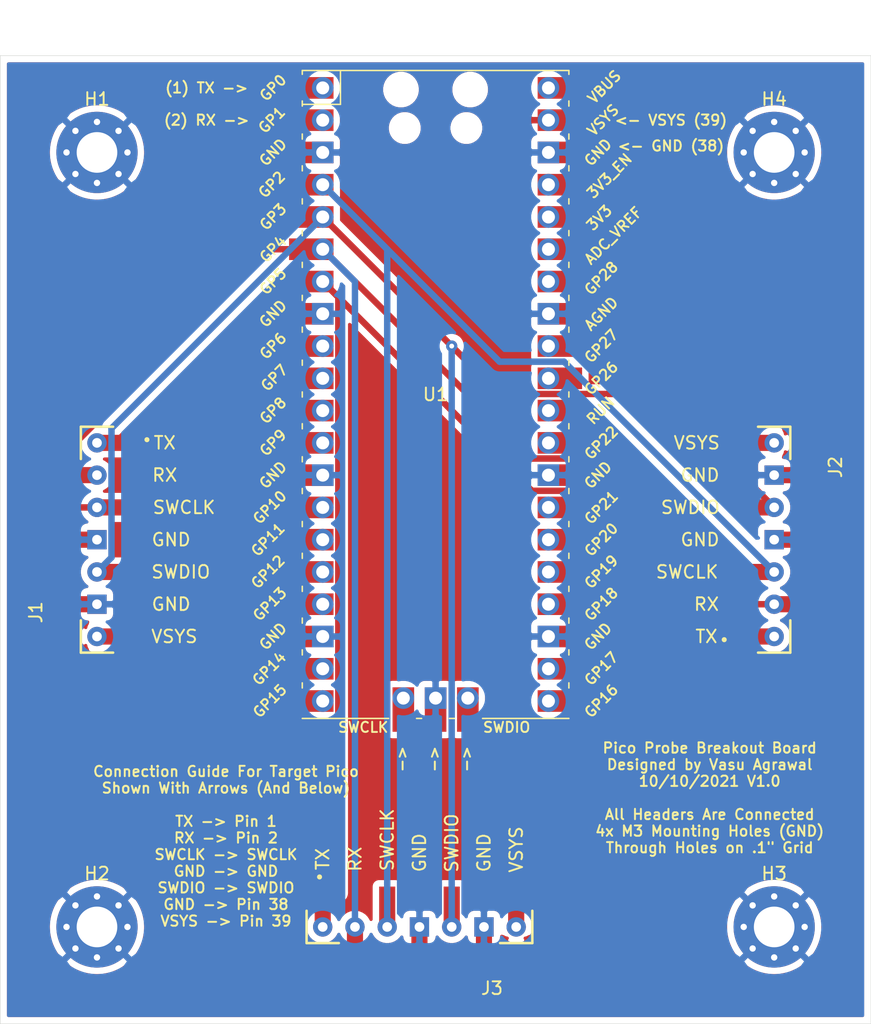
<source format=kicad_pcb>
(kicad_pcb (version 20171130) (host pcbnew 5.1.10-88a1d61d58~90~ubuntu20.04.1)

  (general
    (thickness 1.6002)
    (drawings 13)
    (tracks 39)
    (zones 0)
    (modules 8)
    (nets 36)
  )

  (page A4)
  (layers
    (0 Front signal)
    (31 Back signal)
    (34 B.Paste user)
    (35 F.Paste user)
    (36 B.SilkS user)
    (37 F.SilkS user)
    (38 B.Mask user)
    (39 F.Mask user)
    (44 Edge.Cuts user)
    (45 Margin user)
    (46 B.CrtYd user)
    (47 F.CrtYd user)
    (49 F.Fab user)
  )

  (setup
    (last_trace_width 0.762)
    (user_trace_width 0.127)
    (user_trace_width 0.254)
    (user_trace_width 0.508)
    (user_trace_width 0.762)
    (trace_clearance 0.127)
    (zone_clearance 0.508)
    (zone_45_only no)
    (trace_min 0.0889)
    (via_size 0.6858)
    (via_drill 0.3302)
    (via_min_size 0.45)
    (via_min_drill 0.2)
    (user_via 0.6858 0.3302)
    (user_via 0.889 0.381)
    (uvia_size 0.6858)
    (uvia_drill 0.3302)
    (uvias_allowed no)
    (uvia_min_size 0.2)
    (uvia_min_drill 0.1)
    (edge_width 0.0381)
    (segment_width 0.254)
    (pcb_text_width 0.3048)
    (pcb_text_size 1.524 1.524)
    (mod_edge_width 0.1524)
    (mod_text_size 0.8128 0.8128)
    (mod_text_width 0.1524)
    (pad_size 1.524 1.524)
    (pad_drill 0.762)
    (pad_to_mask_clearance 0)
    (solder_mask_min_width 0.1016)
    (aux_axis_origin 0 0)
    (visible_elements FFFFFF7F)
    (pcbplotparams
      (layerselection 0x010fc_ffffffff)
      (usegerberextensions true)
      (usegerberattributes true)
      (usegerberadvancedattributes true)
      (creategerberjobfile false)
      (excludeedgelayer true)
      (linewidth 0.100000)
      (plotframeref false)
      (viasonmask false)
      (mode 1)
      (useauxorigin false)
      (hpglpennumber 1)
      (hpglpenspeed 20)
      (hpglpendiameter 15.000000)
      (psnegative false)
      (psa4output false)
      (plotreference true)
      (plotvalue false)
      (plotinvisibletext false)
      (padsonsilk false)
      (subtractmaskfromsilk true)
      (outputformat 1)
      (mirror false)
      (drillshape 0)
      (scaleselection 1)
      (outputdirectory "gerbers/"))
  )

  (net 0 "")
  (net 1 GND)
  (net 2 /VSYS)
  (net 3 /SWDIO)
  (net 4 /SWCLK)
  (net 5 /PROBE_UART1_TX)
  (net 6 /PROBE_UART1_RX)
  (net 7 "Net-(U1-Pad43)")
  (net 8 "Net-(U1-Pad41)")
  (net 9 "Net-(U1-Pad21)")
  (net 10 "Net-(U1-Pad22)")
  (net 11 "Net-(U1-Pad24)")
  (net 12 "Net-(U1-Pad25)")
  (net 13 "Net-(U1-Pad26)")
  (net 14 "Net-(U1-Pad27)")
  (net 15 "Net-(U1-Pad29)")
  (net 16 "Net-(U1-Pad30)")
  (net 17 "Net-(U1-Pad31)")
  (net 18 "Net-(U1-Pad32)")
  (net 19 "Net-(U1-Pad34)")
  (net 20 "Net-(U1-Pad35)")
  (net 21 "Net-(U1-Pad36)")
  (net 22 "Net-(U1-Pad37)")
  (net 23 "Net-(U1-Pad40)")
  (net 24 "Net-(U1-Pad20)")
  (net 25 "Net-(U1-Pad19)")
  (net 26 "Net-(U1-Pad17)")
  (net 27 "Net-(U1-Pad16)")
  (net 28 "Net-(U1-Pad15)")
  (net 29 "Net-(U1-Pad14)")
  (net 30 "Net-(U1-Pad12)")
  (net 31 "Net-(U1-Pad11)")
  (net 32 "Net-(U1-Pad10)")
  (net 33 "Net-(U1-Pad9)")
  (net 34 "Net-(U1-Pad2)")
  (net 35 "Net-(U1-Pad1)")

  (net_class Default "This is the default net class."
    (clearance 0.127)
    (trace_width 0.254)
    (via_dia 0.6858)
    (via_drill 0.3302)
    (uvia_dia 0.6858)
    (uvia_drill 0.3302)
    (diff_pair_width 0.1524)
    (diff_pair_gap 0.254)
    (add_net /PROBE_UART1_RX)
    (add_net /PROBE_UART1_TX)
    (add_net /SWCLK)
    (add_net /SWDIO)
    (add_net /VSYS)
    (add_net GND)
    (add_net "Net-(U1-Pad1)")
    (add_net "Net-(U1-Pad10)")
    (add_net "Net-(U1-Pad11)")
    (add_net "Net-(U1-Pad12)")
    (add_net "Net-(U1-Pad14)")
    (add_net "Net-(U1-Pad15)")
    (add_net "Net-(U1-Pad16)")
    (add_net "Net-(U1-Pad17)")
    (add_net "Net-(U1-Pad19)")
    (add_net "Net-(U1-Pad2)")
    (add_net "Net-(U1-Pad20)")
    (add_net "Net-(U1-Pad21)")
    (add_net "Net-(U1-Pad22)")
    (add_net "Net-(U1-Pad24)")
    (add_net "Net-(U1-Pad25)")
    (add_net "Net-(U1-Pad26)")
    (add_net "Net-(U1-Pad27)")
    (add_net "Net-(U1-Pad29)")
    (add_net "Net-(U1-Pad30)")
    (add_net "Net-(U1-Pad31)")
    (add_net "Net-(U1-Pad32)")
    (add_net "Net-(U1-Pad34)")
    (add_net "Net-(U1-Pad35)")
    (add_net "Net-(U1-Pad36)")
    (add_net "Net-(U1-Pad37)")
    (add_net "Net-(U1-Pad40)")
    (add_net "Net-(U1-Pad41)")
    (add_net "Net-(U1-Pad43)")
    (add_net "Net-(U1-Pad9)")
  )

  (module MCU_RaspberryPi_and_Boards:RPi_Pico_SMD_TH (layer Front) (tedit 5F638C80) (tstamp 61647463)
    (at 158.75 115.57)
    (descr "Through hole straight pin header, 2x20, 2.54mm pitch, double rows")
    (tags "Through hole pin header THT 2x20 2.54mm double row")
    (path /6163742D)
    (fp_text reference U1 (at 0 0) (layer F.SilkS)
      (effects (font (size 1 1) (thickness 0.15)))
    )
    (fp_text value Pico (at 0 2.159) (layer F.Fab)
      (effects (font (size 1 1) (thickness 0.15)))
    )
    (fp_line (start 1.1 25.5) (end 1.5 25.5) (layer F.SilkS) (width 0.12))
    (fp_line (start -1.5 25.5) (end -1.1 25.5) (layer F.SilkS) (width 0.12))
    (fp_line (start 10.5 25.5) (end 3.7 25.5) (layer F.SilkS) (width 0.12))
    (fp_line (start 10.5 15.1) (end 10.5 15.5) (layer F.SilkS) (width 0.12))
    (fp_line (start 10.5 7.4) (end 10.5 7.8) (layer F.SilkS) (width 0.12))
    (fp_line (start 10.5 -18) (end 10.5 -17.6) (layer F.SilkS) (width 0.12))
    (fp_line (start 10.5 -25.5) (end 10.5 -25.2) (layer F.SilkS) (width 0.12))
    (fp_line (start 10.5 -2.7) (end 10.5 -2.3) (layer F.SilkS) (width 0.12))
    (fp_line (start 10.5 12.5) (end 10.5 12.9) (layer F.SilkS) (width 0.12))
    (fp_line (start 10.5 -7.8) (end 10.5 -7.4) (layer F.SilkS) (width 0.12))
    (fp_line (start 10.5 -12.9) (end 10.5 -12.5) (layer F.SilkS) (width 0.12))
    (fp_line (start 10.5 -0.2) (end 10.5 0.2) (layer F.SilkS) (width 0.12))
    (fp_line (start 10.5 4.9) (end 10.5 5.3) (layer F.SilkS) (width 0.12))
    (fp_line (start 10.5 20.1) (end 10.5 20.5) (layer F.SilkS) (width 0.12))
    (fp_line (start 10.5 22.7) (end 10.5 23.1) (layer F.SilkS) (width 0.12))
    (fp_line (start 10.5 17.6) (end 10.5 18) (layer F.SilkS) (width 0.12))
    (fp_line (start 10.5 -15.4) (end 10.5 -15) (layer F.SilkS) (width 0.12))
    (fp_line (start 10.5 -23.1) (end 10.5 -22.7) (layer F.SilkS) (width 0.12))
    (fp_line (start 10.5 -20.5) (end 10.5 -20.1) (layer F.SilkS) (width 0.12))
    (fp_line (start 10.5 10) (end 10.5 10.4) (layer F.SilkS) (width 0.12))
    (fp_line (start 10.5 2.3) (end 10.5 2.7) (layer F.SilkS) (width 0.12))
    (fp_line (start 10.5 -5.3) (end 10.5 -4.9) (layer F.SilkS) (width 0.12))
    (fp_line (start 10.5 -10.4) (end 10.5 -10) (layer F.SilkS) (width 0.12))
    (fp_line (start -10.5 22.7) (end -10.5 23.1) (layer F.SilkS) (width 0.12))
    (fp_line (start -10.5 20.1) (end -10.5 20.5) (layer F.SilkS) (width 0.12))
    (fp_line (start -10.5 17.6) (end -10.5 18) (layer F.SilkS) (width 0.12))
    (fp_line (start -10.5 15.1) (end -10.5 15.5) (layer F.SilkS) (width 0.12))
    (fp_line (start -10.5 12.5) (end -10.5 12.9) (layer F.SilkS) (width 0.12))
    (fp_line (start -10.5 10) (end -10.5 10.4) (layer F.SilkS) (width 0.12))
    (fp_line (start -10.5 7.4) (end -10.5 7.8) (layer F.SilkS) (width 0.12))
    (fp_line (start -10.5 4.9) (end -10.5 5.3) (layer F.SilkS) (width 0.12))
    (fp_line (start -10.5 2.3) (end -10.5 2.7) (layer F.SilkS) (width 0.12))
    (fp_line (start -10.5 -0.2) (end -10.5 0.2) (layer F.SilkS) (width 0.12))
    (fp_line (start -10.5 -2.7) (end -10.5 -2.3) (layer F.SilkS) (width 0.12))
    (fp_line (start -10.5 -5.3) (end -10.5 -4.9) (layer F.SilkS) (width 0.12))
    (fp_line (start -10.5 -7.8) (end -10.5 -7.4) (layer F.SilkS) (width 0.12))
    (fp_line (start -10.5 -10.4) (end -10.5 -10) (layer F.SilkS) (width 0.12))
    (fp_line (start -10.5 -12.9) (end -10.5 -12.5) (layer F.SilkS) (width 0.12))
    (fp_line (start -10.5 -15.4) (end -10.5 -15) (layer F.SilkS) (width 0.12))
    (fp_line (start -10.5 -18) (end -10.5 -17.6) (layer F.SilkS) (width 0.12))
    (fp_line (start -10.5 -20.5) (end -10.5 -20.1) (layer F.SilkS) (width 0.12))
    (fp_line (start -10.5 -23.1) (end -10.5 -22.7) (layer F.SilkS) (width 0.12))
    (fp_line (start -10.5 -25.5) (end -10.5 -25.2) (layer F.SilkS) (width 0.12))
    (fp_line (start -7.493 -22.833) (end -7.493 -25.5) (layer F.SilkS) (width 0.12))
    (fp_line (start -10.5 -22.833) (end -7.493 -22.833) (layer F.SilkS) (width 0.12))
    (fp_line (start -3.7 25.5) (end -10.5 25.5) (layer F.SilkS) (width 0.12))
    (fp_line (start -10.5 -25.5) (end 10.5 -25.5) (layer F.SilkS) (width 0.12))
    (fp_line (start -11 26) (end -11 -26) (layer F.CrtYd) (width 0.12))
    (fp_line (start 11 26) (end -11 26) (layer F.CrtYd) (width 0.12))
    (fp_line (start 11 -26) (end 11 26) (layer F.CrtYd) (width 0.12))
    (fp_line (start -11 -26) (end 11 -26) (layer F.CrtYd) (width 0.12))
    (fp_line (start -10.5 -24.2) (end -9.2 -25.5) (layer F.Fab) (width 0.12))
    (fp_line (start -10.5 25.5) (end -10.5 -25.5) (layer F.Fab) (width 0.12))
    (fp_line (start 10.5 25.5) (end -10.5 25.5) (layer F.Fab) (width 0.12))
    (fp_line (start 10.5 -25.5) (end 10.5 25.5) (layer F.Fab) (width 0.12))
    (fp_line (start -10.5 -25.5) (end 10.5 -25.5) (layer F.Fab) (width 0.12))
    (fp_poly (pts (xy -1.5 -16.5) (xy -3.5 -16.5) (xy -3.5 -18.5) (xy -1.5 -18.5)) (layer Dwgs.User) (width 0.1))
    (fp_poly (pts (xy -1.5 -14) (xy -3.5 -14) (xy -3.5 -16) (xy -1.5 -16)) (layer Dwgs.User) (width 0.1))
    (fp_poly (pts (xy -1.5 -11.5) (xy -3.5 -11.5) (xy -3.5 -13.5) (xy -1.5 -13.5)) (layer Dwgs.User) (width 0.1))
    (fp_poly (pts (xy 3.7 -20.2) (xy -3.7 -20.2) (xy -3.7 -24.9) (xy 3.7 -24.9)) (layer Dwgs.User) (width 0.1))
    (fp_text user %R (at 0 0 180) (layer F.Fab)
      (effects (font (size 1 1) (thickness 0.15)))
    )
    (fp_text user GP1 (at -12.9 -21.6 45) (layer F.SilkS)
      (effects (font (size 0.8 0.8) (thickness 0.15)))
    )
    (fp_text user GP2 (at -12.9 -16.51 45) (layer F.SilkS)
      (effects (font (size 0.8 0.8) (thickness 0.15)))
    )
    (fp_text user GP0 (at -12.8 -24.13 45) (layer F.SilkS)
      (effects (font (size 0.8 0.8) (thickness 0.15)))
    )
    (fp_text user GP3 (at -12.8 -13.97 45) (layer F.SilkS)
      (effects (font (size 0.8 0.8) (thickness 0.15)))
    )
    (fp_text user GP4 (at -12.8 -11.43 45) (layer F.SilkS)
      (effects (font (size 0.8 0.8) (thickness 0.15)))
    )
    (fp_text user GP5 (at -12.8 -8.89 45) (layer F.SilkS)
      (effects (font (size 0.8 0.8) (thickness 0.15)))
    )
    (fp_text user GP6 (at -12.8 -3.81 45) (layer F.SilkS)
      (effects (font (size 0.8 0.8) (thickness 0.15)))
    )
    (fp_text user GP7 (at -12.7 -1.3 45) (layer F.SilkS)
      (effects (font (size 0.8 0.8) (thickness 0.15)))
    )
    (fp_text user GP8 (at -12.8 1.27 45) (layer F.SilkS)
      (effects (font (size 0.8 0.8) (thickness 0.15)))
    )
    (fp_text user GP9 (at -12.8 3.81 45) (layer F.SilkS)
      (effects (font (size 0.8 0.8) (thickness 0.15)))
    )
    (fp_text user GP10 (at -13.054 8.89 45) (layer F.SilkS)
      (effects (font (size 0.8 0.8) (thickness 0.15)))
    )
    (fp_text user GP11 (at -13.2 11.43 45) (layer F.SilkS)
      (effects (font (size 0.8 0.8) (thickness 0.15)))
    )
    (fp_text user GP12 (at -13.2 13.97 45) (layer F.SilkS)
      (effects (font (size 0.8 0.8) (thickness 0.15)))
    )
    (fp_text user GP13 (at -13.054 16.51 45) (layer F.SilkS)
      (effects (font (size 0.8 0.8) (thickness 0.15)))
    )
    (fp_text user GP14 (at -13.1 21.59 45) (layer F.SilkS)
      (effects (font (size 0.8 0.8) (thickness 0.15)))
    )
    (fp_text user GP15 (at -13.054 24.13 45) (layer F.SilkS)
      (effects (font (size 0.8 0.8) (thickness 0.15)))
    )
    (fp_text user GP16 (at 13.054 24.13 45) (layer F.SilkS)
      (effects (font (size 0.8 0.8) (thickness 0.15)))
    )
    (fp_text user GP17 (at 13.054 21.59 45) (layer F.SilkS)
      (effects (font (size 0.8 0.8) (thickness 0.15)))
    )
    (fp_text user GP18 (at 13.054 16.51 45) (layer F.SilkS)
      (effects (font (size 0.8 0.8) (thickness 0.15)))
    )
    (fp_text user GP19 (at 13.054 13.97 45) (layer F.SilkS)
      (effects (font (size 0.8 0.8) (thickness 0.15)))
    )
    (fp_text user GP20 (at 13.054 11.43 45) (layer F.SilkS)
      (effects (font (size 0.8 0.8) (thickness 0.15)))
    )
    (fp_text user GP21 (at 13.054 8.9 45) (layer F.SilkS)
      (effects (font (size 0.8 0.8) (thickness 0.15)))
    )
    (fp_text user GP22 (at 13.054 3.81 45) (layer F.SilkS)
      (effects (font (size 0.8 0.8) (thickness 0.15)))
    )
    (fp_text user RUN (at 13 1.27 45) (layer F.SilkS)
      (effects (font (size 0.8 0.8) (thickness 0.15)))
    )
    (fp_text user GP26 (at 13.054 -1.27 45) (layer F.SilkS)
      (effects (font (size 0.8 0.8) (thickness 0.15)))
    )
    (fp_text user GP27 (at 13.054 -3.8 45) (layer F.SilkS)
      (effects (font (size 0.8 0.8) (thickness 0.15)))
    )
    (fp_text user GP28 (at 13.054 -9.144 45) (layer F.SilkS)
      (effects (font (size 0.8 0.8) (thickness 0.15)))
    )
    (fp_text user ADC_VREF (at 14 -12.5 45) (layer F.SilkS)
      (effects (font (size 0.8 0.8) (thickness 0.15)))
    )
    (fp_text user 3V3 (at 12.9 -13.9 45) (layer F.SilkS)
      (effects (font (size 0.8 0.8) (thickness 0.15)))
    )
    (fp_text user 3V3_EN (at 13.7 -17.2 45) (layer F.SilkS)
      (effects (font (size 0.8 0.8) (thickness 0.15)))
    )
    (fp_text user VSYS (at 13.2 -21.59 45) (layer F.SilkS)
      (effects (font (size 0.8 0.8) (thickness 0.15)))
    )
    (fp_text user VBUS (at 13.3 -24.2 45) (layer F.SilkS)
      (effects (font (size 0.8 0.8) (thickness 0.15)))
    )
    (fp_text user GND (at -12.8 -19.05 45) (layer F.SilkS)
      (effects (font (size 0.8 0.8) (thickness 0.15)))
    )
    (fp_text user GND (at -12.8 -6.35 45) (layer F.SilkS)
      (effects (font (size 0.8 0.8) (thickness 0.15)))
    )
    (fp_text user GND (at -12.8 6.35 45) (layer F.SilkS)
      (effects (font (size 0.8 0.8) (thickness 0.15)))
    )
    (fp_text user GND (at -12.8 19.05 45) (layer F.SilkS)
      (effects (font (size 0.8 0.8) (thickness 0.15)))
    )
    (fp_text user GND (at 12.8 19.05 45) (layer F.SilkS)
      (effects (font (size 0.8 0.8) (thickness 0.15)))
    )
    (fp_text user GND (at 12.8 6.35 45) (layer F.SilkS)
      (effects (font (size 0.8 0.8) (thickness 0.15)))
    )
    (fp_text user GND (at 12.8 -19.05 45) (layer F.SilkS)
      (effects (font (size 0.8 0.8) (thickness 0.15)))
    )
    (fp_text user AGND (at 13.054 -6.35 45) (layer F.SilkS)
      (effects (font (size 0.8 0.8) (thickness 0.15)))
    )
    (fp_text user SWCLK (at -5.7 26.2) (layer F.SilkS)
      (effects (font (size 0.8 0.8) (thickness 0.15)))
    )
    (fp_text user SWDIO (at 5.6 26.2) (layer F.SilkS)
      (effects (font (size 0.8 0.8) (thickness 0.15)))
    )
    (fp_text user "Copper Keepouts shown on Dwgs layer" (at 0.1 -30.2) (layer Cmts.User)
      (effects (font (size 1 1) (thickness 0.15)))
    )
    (pad 1 thru_hole oval (at -8.89 -24.13) (size 1.7 1.7) (drill 1.02) (layers *.Cu *.Mask)
      (net 35 "Net-(U1-Pad1)"))
    (pad 2 thru_hole oval (at -8.89 -21.59) (size 1.7 1.7) (drill 1.02) (layers *.Cu *.Mask)
      (net 34 "Net-(U1-Pad2)"))
    (pad 3 thru_hole rect (at -8.89 -19.05) (size 1.7 1.7) (drill 1.02) (layers *.Cu *.Mask)
      (net 1 GND))
    (pad 4 thru_hole oval (at -8.89 -16.51) (size 1.7 1.7) (drill 1.02) (layers *.Cu *.Mask)
      (net 4 /SWCLK))
    (pad 5 thru_hole oval (at -8.89 -13.97) (size 1.7 1.7) (drill 1.02) (layers *.Cu *.Mask)
      (net 3 /SWDIO))
    (pad 6 thru_hole oval (at -8.89 -11.43) (size 1.7 1.7) (drill 1.02) (layers *.Cu *.Mask)
      (net 5 /PROBE_UART1_TX))
    (pad 7 thru_hole oval (at -8.89 -8.89) (size 1.7 1.7) (drill 1.02) (layers *.Cu *.Mask)
      (net 6 /PROBE_UART1_RX))
    (pad 8 thru_hole rect (at -8.89 -6.35) (size 1.7 1.7) (drill 1.02) (layers *.Cu *.Mask)
      (net 1 GND))
    (pad 9 thru_hole oval (at -8.89 -3.81) (size 1.7 1.7) (drill 1.02) (layers *.Cu *.Mask)
      (net 33 "Net-(U1-Pad9)"))
    (pad 10 thru_hole oval (at -8.89 -1.27) (size 1.7 1.7) (drill 1.02) (layers *.Cu *.Mask)
      (net 32 "Net-(U1-Pad10)"))
    (pad 11 thru_hole oval (at -8.89 1.27) (size 1.7 1.7) (drill 1.02) (layers *.Cu *.Mask)
      (net 31 "Net-(U1-Pad11)"))
    (pad 12 thru_hole oval (at -8.89 3.81) (size 1.7 1.7) (drill 1.02) (layers *.Cu *.Mask)
      (net 30 "Net-(U1-Pad12)"))
    (pad 13 thru_hole rect (at -8.89 6.35) (size 1.7 1.7) (drill 1.02) (layers *.Cu *.Mask)
      (net 1 GND))
    (pad 14 thru_hole oval (at -8.89 8.89) (size 1.7 1.7) (drill 1.02) (layers *.Cu *.Mask)
      (net 29 "Net-(U1-Pad14)"))
    (pad 15 thru_hole oval (at -8.89 11.43) (size 1.7 1.7) (drill 1.02) (layers *.Cu *.Mask)
      (net 28 "Net-(U1-Pad15)"))
    (pad 16 thru_hole oval (at -8.89 13.97) (size 1.7 1.7) (drill 1.02) (layers *.Cu *.Mask)
      (net 27 "Net-(U1-Pad16)"))
    (pad 17 thru_hole oval (at -8.89 16.51) (size 1.7 1.7) (drill 1.02) (layers *.Cu *.Mask)
      (net 26 "Net-(U1-Pad17)"))
    (pad 18 thru_hole rect (at -8.89 19.05) (size 1.7 1.7) (drill 1.02) (layers *.Cu *.Mask)
      (net 1 GND))
    (pad 19 thru_hole oval (at -8.89 21.59) (size 1.7 1.7) (drill 1.02) (layers *.Cu *.Mask)
      (net 25 "Net-(U1-Pad19)"))
    (pad 20 thru_hole oval (at -8.89 24.13) (size 1.7 1.7) (drill 1.02) (layers *.Cu *.Mask)
      (net 24 "Net-(U1-Pad20)"))
    (pad 21 thru_hole oval (at 8.89 24.13) (size 1.7 1.7) (drill 1.02) (layers *.Cu *.Mask)
      (net 9 "Net-(U1-Pad21)"))
    (pad 22 thru_hole oval (at 8.89 21.59) (size 1.7 1.7) (drill 1.02) (layers *.Cu *.Mask)
      (net 10 "Net-(U1-Pad22)"))
    (pad 23 thru_hole rect (at 8.89 19.05) (size 1.7 1.7) (drill 1.02) (layers *.Cu *.Mask)
      (net 1 GND))
    (pad 24 thru_hole oval (at 8.89 16.51) (size 1.7 1.7) (drill 1.02) (layers *.Cu *.Mask)
      (net 11 "Net-(U1-Pad24)"))
    (pad 25 thru_hole oval (at 8.89 13.97) (size 1.7 1.7) (drill 1.02) (layers *.Cu *.Mask)
      (net 12 "Net-(U1-Pad25)"))
    (pad 26 thru_hole oval (at 8.89 11.43) (size 1.7 1.7) (drill 1.02) (layers *.Cu *.Mask)
      (net 13 "Net-(U1-Pad26)"))
    (pad 27 thru_hole oval (at 8.89 8.89) (size 1.7 1.7) (drill 1.02) (layers *.Cu *.Mask)
      (net 14 "Net-(U1-Pad27)"))
    (pad 28 thru_hole rect (at 8.89 6.35) (size 1.7 1.7) (drill 1.02) (layers *.Cu *.Mask)
      (net 1 GND))
    (pad 29 thru_hole oval (at 8.89 3.81) (size 1.7 1.7) (drill 1.02) (layers *.Cu *.Mask)
      (net 15 "Net-(U1-Pad29)"))
    (pad 30 thru_hole oval (at 8.89 1.27) (size 1.7 1.7) (drill 1.02) (layers *.Cu *.Mask)
      (net 16 "Net-(U1-Pad30)"))
    (pad 31 thru_hole oval (at 8.89 -1.27) (size 1.7 1.7) (drill 1.02) (layers *.Cu *.Mask)
      (net 17 "Net-(U1-Pad31)"))
    (pad 32 thru_hole oval (at 8.89 -3.81) (size 1.7 1.7) (drill 1.02) (layers *.Cu *.Mask)
      (net 18 "Net-(U1-Pad32)"))
    (pad 33 thru_hole rect (at 8.89 -6.35) (size 1.7 1.7) (drill 1.02) (layers *.Cu *.Mask)
      (net 1 GND))
    (pad 34 thru_hole oval (at 8.89 -8.89) (size 1.7 1.7) (drill 1.02) (layers *.Cu *.Mask)
      (net 19 "Net-(U1-Pad34)"))
    (pad 35 thru_hole oval (at 8.89 -11.43) (size 1.7 1.7) (drill 1.02) (layers *.Cu *.Mask)
      (net 20 "Net-(U1-Pad35)"))
    (pad 36 thru_hole oval (at 8.89 -13.97) (size 1.7 1.7) (drill 1.02) (layers *.Cu *.Mask)
      (net 21 "Net-(U1-Pad36)"))
    (pad 37 thru_hole oval (at 8.89 -16.51) (size 1.7 1.7) (drill 1.02) (layers *.Cu *.Mask)
      (net 22 "Net-(U1-Pad37)"))
    (pad 38 thru_hole rect (at 8.89 -19.05) (size 1.7 1.7) (drill 1.02) (layers *.Cu *.Mask)
      (net 1 GND))
    (pad 39 thru_hole oval (at 8.89 -21.59) (size 1.7 1.7) (drill 1.02) (layers *.Cu *.Mask)
      (net 2 /VSYS))
    (pad 40 thru_hole oval (at 8.89 -24.13) (size 1.7 1.7) (drill 1.02) (layers *.Cu *.Mask)
      (net 23 "Net-(U1-Pad40)"))
    (pad 1 smd rect (at -8.89 -24.13) (size 3.5 1.7) (drill (offset -0.9 0)) (layers Front F.Mask)
      (net 35 "Net-(U1-Pad1)"))
    (pad 2 smd rect (at -8.89 -21.59) (size 3.5 1.7) (drill (offset -0.9 0)) (layers Front F.Mask)
      (net 34 "Net-(U1-Pad2)"))
    (pad 3 smd rect (at -8.89 -19.05) (size 3.5 1.7) (drill (offset -0.9 0)) (layers Front F.Mask)
      (net 1 GND))
    (pad 4 smd rect (at -8.89 -16.51) (size 3.5 1.7) (drill (offset -0.9 0)) (layers Front F.Mask)
      (net 4 /SWCLK))
    (pad 5 smd rect (at -8.89 -13.97) (size 3.5 1.7) (drill (offset -0.9 0)) (layers Front F.Mask)
      (net 3 /SWDIO))
    (pad 6 smd rect (at -8.89 -11.43) (size 3.5 1.7) (drill (offset -0.9 0)) (layers Front F.Mask)
      (net 5 /PROBE_UART1_TX))
    (pad 7 smd rect (at -8.89 -8.89) (size 3.5 1.7) (drill (offset -0.9 0)) (layers Front F.Mask)
      (net 6 /PROBE_UART1_RX))
    (pad 8 smd rect (at -8.89 -6.35) (size 3.5 1.7) (drill (offset -0.9 0)) (layers Front F.Mask)
      (net 1 GND))
    (pad 9 smd rect (at -8.89 -3.81) (size 3.5 1.7) (drill (offset -0.9 0)) (layers Front F.Mask)
      (net 33 "Net-(U1-Pad9)"))
    (pad 10 smd rect (at -8.89 -1.27) (size 3.5 1.7) (drill (offset -0.9 0)) (layers Front F.Mask)
      (net 32 "Net-(U1-Pad10)"))
    (pad 11 smd rect (at -8.89 1.27) (size 3.5 1.7) (drill (offset -0.9 0)) (layers Front F.Mask)
      (net 31 "Net-(U1-Pad11)"))
    (pad 12 smd rect (at -8.89 3.81) (size 3.5 1.7) (drill (offset -0.9 0)) (layers Front F.Mask)
      (net 30 "Net-(U1-Pad12)"))
    (pad 13 smd rect (at -8.89 6.35) (size 3.5 1.7) (drill (offset -0.9 0)) (layers Front F.Mask)
      (net 1 GND))
    (pad 14 smd rect (at -8.89 8.89) (size 3.5 1.7) (drill (offset -0.9 0)) (layers Front F.Mask)
      (net 29 "Net-(U1-Pad14)"))
    (pad 15 smd rect (at -8.89 11.43) (size 3.5 1.7) (drill (offset -0.9 0)) (layers Front F.Mask)
      (net 28 "Net-(U1-Pad15)"))
    (pad 16 smd rect (at -8.89 13.97) (size 3.5 1.7) (drill (offset -0.9 0)) (layers Front F.Mask)
      (net 27 "Net-(U1-Pad16)"))
    (pad 17 smd rect (at -8.89 16.51) (size 3.5 1.7) (drill (offset -0.9 0)) (layers Front F.Mask)
      (net 26 "Net-(U1-Pad17)"))
    (pad 18 smd rect (at -8.89 19.05) (size 3.5 1.7) (drill (offset -0.9 0)) (layers Front F.Mask)
      (net 1 GND))
    (pad 19 smd rect (at -8.89 21.59) (size 3.5 1.7) (drill (offset -0.9 0)) (layers Front F.Mask)
      (net 25 "Net-(U1-Pad19)"))
    (pad 20 smd rect (at -8.89 24.13) (size 3.5 1.7) (drill (offset -0.9 0)) (layers Front F.Mask)
      (net 24 "Net-(U1-Pad20)"))
    (pad 40 smd rect (at 8.89 -24.13) (size 3.5 1.7) (drill (offset 0.9 0)) (layers Front F.Mask)
      (net 23 "Net-(U1-Pad40)"))
    (pad 39 smd rect (at 8.89 -21.59) (size 3.5 1.7) (drill (offset 0.9 0)) (layers Front F.Mask)
      (net 2 /VSYS))
    (pad 38 smd rect (at 8.89 -19.05) (size 3.5 1.7) (drill (offset 0.9 0)) (layers Front F.Mask)
      (net 1 GND))
    (pad 37 smd rect (at 8.89 -16.51) (size 3.5 1.7) (drill (offset 0.9 0)) (layers Front F.Mask)
      (net 22 "Net-(U1-Pad37)"))
    (pad 36 smd rect (at 8.89 -13.97) (size 3.5 1.7) (drill (offset 0.9 0)) (layers Front F.Mask)
      (net 21 "Net-(U1-Pad36)"))
    (pad 35 smd rect (at 8.89 -11.43) (size 3.5 1.7) (drill (offset 0.9 0)) (layers Front F.Mask)
      (net 20 "Net-(U1-Pad35)"))
    (pad 34 smd rect (at 8.89 -8.89) (size 3.5 1.7) (drill (offset 0.9 0)) (layers Front F.Mask)
      (net 19 "Net-(U1-Pad34)"))
    (pad 33 smd rect (at 8.89 -6.35) (size 3.5 1.7) (drill (offset 0.9 0)) (layers Front F.Mask)
      (net 1 GND))
    (pad 32 smd rect (at 8.89 -3.81) (size 3.5 1.7) (drill (offset 0.9 0)) (layers Front F.Mask)
      (net 18 "Net-(U1-Pad32)"))
    (pad 31 smd rect (at 8.89 -1.27) (size 3.5 1.7) (drill (offset 0.9 0)) (layers Front F.Mask)
      (net 17 "Net-(U1-Pad31)"))
    (pad 30 smd rect (at 8.89 1.27) (size 3.5 1.7) (drill (offset 0.9 0)) (layers Front F.Mask)
      (net 16 "Net-(U1-Pad30)"))
    (pad 29 smd rect (at 8.89 3.81) (size 3.5 1.7) (drill (offset 0.9 0)) (layers Front F.Mask)
      (net 15 "Net-(U1-Pad29)"))
    (pad 28 smd rect (at 8.89 6.35) (size 3.5 1.7) (drill (offset 0.9 0)) (layers Front F.Mask)
      (net 1 GND))
    (pad 27 smd rect (at 8.89 8.89) (size 3.5 1.7) (drill (offset 0.9 0)) (layers Front F.Mask)
      (net 14 "Net-(U1-Pad27)"))
    (pad 26 smd rect (at 8.89 11.43) (size 3.5 1.7) (drill (offset 0.9 0)) (layers Front F.Mask)
      (net 13 "Net-(U1-Pad26)"))
    (pad 25 smd rect (at 8.89 13.97) (size 3.5 1.7) (drill (offset 0.9 0)) (layers Front F.Mask)
      (net 12 "Net-(U1-Pad25)"))
    (pad 24 smd rect (at 8.89 16.51) (size 3.5 1.7) (drill (offset 0.9 0)) (layers Front F.Mask)
      (net 11 "Net-(U1-Pad24)"))
    (pad 23 smd rect (at 8.89 19.05) (size 3.5 1.7) (drill (offset 0.9 0)) (layers Front F.Mask)
      (net 1 GND))
    (pad 22 smd rect (at 8.89 21.59) (size 3.5 1.7) (drill (offset 0.9 0)) (layers Front F.Mask)
      (net 10 "Net-(U1-Pad22)"))
    (pad 21 smd rect (at 8.89 24.13) (size 3.5 1.7) (drill (offset 0.9 0)) (layers Front F.Mask)
      (net 9 "Net-(U1-Pad21)"))
    (pad "" np_thru_hole oval (at -2.725 -24) (size 1.8 1.8) (drill 1.8) (layers *.Cu *.Mask))
    (pad "" np_thru_hole oval (at 2.725 -24) (size 1.8 1.8) (drill 1.8) (layers *.Cu *.Mask))
    (pad "" np_thru_hole oval (at -2.425 -20.97) (size 1.5 1.5) (drill 1.5) (layers *.Cu *.Mask))
    (pad "" np_thru_hole oval (at 2.425 -20.97) (size 1.5 1.5) (drill 1.5) (layers *.Cu *.Mask))
    (pad 41 smd rect (at -2.54 23.9 90) (size 3.5 1.7) (drill (offset -0.9 0)) (layers Front F.Mask)
      (net 8 "Net-(U1-Pad41)"))
    (pad 41 thru_hole oval (at -2.54 23.9) (size 1.7 1.7) (drill 1.02) (layers *.Cu *.Mask)
      (net 8 "Net-(U1-Pad41)"))
    (pad 42 smd rect (at 0 23.9 90) (size 3.5 1.7) (drill (offset -0.9 0)) (layers Front F.Mask)
      (net 1 GND))
    (pad 42 thru_hole rect (at 0 23.9) (size 1.7 1.7) (drill 1.02) (layers *.Cu *.Mask)
      (net 1 GND))
    (pad 43 smd rect (at 2.54 23.9 90) (size 3.5 1.7) (drill (offset -0.9 0)) (layers Front F.Mask)
      (net 7 "Net-(U1-Pad43)"))
    (pad 43 thru_hole oval (at 2.54 23.9) (size 1.7 1.7) (drill 1.02) (layers *.Cu *.Mask)
      (net 7 "Net-(U1-Pad43)"))
  )

  (module TSM-107-01-T-SV:SAMTEC_TSM-107-01-T-SV_THRU (layer Front) (tedit 61637D81) (tstamp 61642629)
    (at 157.48 157.48 180)
    (path /6165F162)
    (fp_text reference J3 (at -5.715 -4.825) (layer F.SilkS)
      (effects (font (size 1 1) (thickness 0.15)))
    )
    (fp_text value TSM-107-01-T-SV (at 5.08 4.805) (layer F.Fab)
      (effects (font (size 1 1) (thickness 0.15)))
    )
    (fp_text user VSYS (at -7.62 6.096 90) (layer F.SilkS)
      (effects (font (size 1 1) (thickness 0.15)))
    )
    (fp_text user GND (at -5.08 5.842 90) (layer F.SilkS)
      (effects (font (size 1 1) (thickness 0.15)))
    )
    (fp_text user SWDIO (at -2.54 6.604 90) (layer F.SilkS)
      (effects (font (size 1 1) (thickness 0.15)))
    )
    (fp_text user GND (at 0 5.842 90) (layer F.SilkS)
      (effects (font (size 1 1) (thickness 0.15)))
    )
    (fp_text user SWCLK (at 2.54 6.858 90) (layer F.SilkS)
      (effects (font (size 1 1) (thickness 0.15)))
    )
    (fp_text user RX (at 5.08 5.334 90) (layer F.SilkS)
      (effects (font (size 1 1) (thickness 0.15)))
    )
    (fp_text user TX (at 7.62 5.334 90) (layer F.SilkS)
      (effects (font (size 1 1) (thickness 0.15)))
    )
    (fp_line (start -8.89 1.27) (end -8.89 -1.27) (layer F.Fab) (width 0.1))
    (fp_line (start -8.89 -1.27) (end 8.89 -1.27) (layer F.Fab) (width 0.1))
    (fp_line (start 8.89 -1.27) (end 8.89 1.27) (layer F.Fab) (width 0.1))
    (fp_line (start 8.89 1.27) (end -8.89 1.27) (layer F.Fab) (width 0.1))
    (fp_line (start 6.35 -1.27) (end 8.89 -1.27) (layer F.SilkS) (width 0.2))
    (fp_line (start 8.89 -1.27) (end 8.89 1.27) (layer F.SilkS) (width 0.2))
    (fp_line (start -8.89 1.27) (end -8.89 -1.27) (layer F.SilkS) (width 0.2))
    (fp_line (start -8.89 -1.27) (end -6.35 -1.27) (layer F.SilkS) (width 0.2))
    (fp_line (start -9.14 3.425) (end -9.14 -3.425) (layer F.CrtYd) (width 0.05))
    (fp_line (start -9.14 -3.425) (end 9.14 -3.425) (layer F.CrtYd) (width 0.05))
    (fp_line (start 9.14 -3.425) (end 9.14 3.425) (layer F.CrtYd) (width 0.05))
    (fp_line (start 9.14 3.425) (end -9.14 3.425) (layer F.CrtYd) (width 0.05))
    (fp_circle (center 7.87 3.935) (end 7.97 3.935) (layer F.SilkS) (width 0.2))
    (fp_circle (center 7.87 3.935) (end 7.97 3.935) (layer F.Fab) (width 0.2))
    (pad 7 thru_hole circle (at -7.62 0 180) (size 1.524 1.524) (drill 0.762) (layers *.Cu *.Mask)
      (net 2 /VSYS))
    (pad 6 thru_hole rect (at -5.08 0 180) (size 1.524 1.524) (drill 0.762) (layers *.Cu *.Mask)
      (net 1 GND))
    (pad 5 thru_hole circle (at -2.54 0 180) (size 1.524 1.524) (drill 0.762) (layers *.Cu *.Mask)
      (net 3 /SWDIO))
    (pad 4 thru_hole rect (at 0 0 180) (size 1.524 1.524) (drill 0.762) (layers *.Cu *.Mask)
      (net 1 GND))
    (pad 3 thru_hole circle (at 2.54 0 180) (size 1.524 1.524) (drill 0.762) (layers *.Cu *.Mask)
      (net 4 /SWCLK))
    (pad 2 thru_hole circle (at 5.08 0 180) (size 1.524 1.524) (drill 0.762) (layers *.Cu *.Mask)
      (net 5 /PROBE_UART1_TX))
    (pad 1 thru_hole circle (at 7.62 0 180) (size 1.524 1.524) (drill 0.762) (layers *.Cu *.Mask)
      (net 6 /PROBE_UART1_RX))
    (pad 7 smd rect (at -7.62 1.46 180) (size 1.27 3.43) (layers Front F.Mask)
      (net 2 /VSYS))
    (pad 6 smd rect (at -5.08 -1.46 180) (size 1.27 3.43) (layers Front F.Mask)
      (net 1 GND))
    (pad 5 smd rect (at -2.54 1.46 180) (size 1.27 3.43) (layers Front F.Mask)
      (net 3 /SWDIO))
    (pad 4 smd rect (at 0 -1.46 180) (size 1.27 3.43) (layers Front F.Mask)
      (net 1 GND))
    (pad 3 smd rect (at 2.54 1.46 180) (size 1.27 3.43) (layers Front F.Mask)
      (net 4 /SWCLK))
    (pad 2 smd rect (at 5.08 -1.46 180) (size 1.27 3.43) (layers Front F.Mask)
      (net 5 /PROBE_UART1_TX))
    (pad 1 smd rect (at 7.62 1.46 180) (size 1.27 3.43) (layers Front F.Mask)
      (net 6 /PROBE_UART1_RX))
  )

  (module TSM-107-01-T-SV:SAMTEC_TSM-107-01-T-SV_THRU (layer Front) (tedit 61637D81) (tstamp 61643958)
    (at 185.42 127 270)
    (path /6165C3A4)
    (fp_text reference J2 (at -5.715 -4.825 90) (layer F.SilkS)
      (effects (font (size 1 1) (thickness 0.15)))
    )
    (fp_text value TSM-107-01-T-SV (at 5.08 4.805 90) (layer F.Fab)
      (effects (font (size 1 1) (thickness 0.15)))
    )
    (fp_text user VSYS (at -7.62 6.096) (layer F.SilkS)
      (effects (font (size 1 1) (thickness 0.15)))
    )
    (fp_text user GND (at -5.08 5.842) (layer F.SilkS)
      (effects (font (size 1 1) (thickness 0.15)))
    )
    (fp_text user SWDIO (at -2.54 6.604) (layer F.SilkS)
      (effects (font (size 1 1) (thickness 0.15)))
    )
    (fp_text user GND (at 0 5.842) (layer F.SilkS)
      (effects (font (size 1 1) (thickness 0.15)))
    )
    (fp_text user SWCLK (at 2.54 6.858) (layer F.SilkS)
      (effects (font (size 1 1) (thickness 0.15)))
    )
    (fp_text user RX (at 5.08 5.334) (layer F.SilkS)
      (effects (font (size 1 1) (thickness 0.15)))
    )
    (fp_text user TX (at 7.62 5.334) (layer F.SilkS)
      (effects (font (size 1 1) (thickness 0.15)))
    )
    (fp_line (start -8.89 1.27) (end -8.89 -1.27) (layer F.Fab) (width 0.1))
    (fp_line (start -8.89 -1.27) (end 8.89 -1.27) (layer F.Fab) (width 0.1))
    (fp_line (start 8.89 -1.27) (end 8.89 1.27) (layer F.Fab) (width 0.1))
    (fp_line (start 8.89 1.27) (end -8.89 1.27) (layer F.Fab) (width 0.1))
    (fp_line (start 6.35 -1.27) (end 8.89 -1.27) (layer F.SilkS) (width 0.2))
    (fp_line (start 8.89 -1.27) (end 8.89 1.27) (layer F.SilkS) (width 0.2))
    (fp_line (start -8.89 1.27) (end -8.89 -1.27) (layer F.SilkS) (width 0.2))
    (fp_line (start -8.89 -1.27) (end -6.35 -1.27) (layer F.SilkS) (width 0.2))
    (fp_line (start -9.14 3.425) (end -9.14 -3.425) (layer F.CrtYd) (width 0.05))
    (fp_line (start -9.14 -3.425) (end 9.14 -3.425) (layer F.CrtYd) (width 0.05))
    (fp_line (start 9.14 -3.425) (end 9.14 3.425) (layer F.CrtYd) (width 0.05))
    (fp_line (start 9.14 3.425) (end -9.14 3.425) (layer F.CrtYd) (width 0.05))
    (fp_circle (center 7.87 3.935) (end 7.97 3.935) (layer F.SilkS) (width 0.2))
    (fp_circle (center 7.87 3.935) (end 7.97 3.935) (layer F.Fab) (width 0.2))
    (pad 7 thru_hole circle (at -7.62 0 270) (size 1.524 1.524) (drill 0.762) (layers *.Cu *.Mask)
      (net 2 /VSYS))
    (pad 6 thru_hole rect (at -5.08 0 270) (size 1.524 1.524) (drill 0.762) (layers *.Cu *.Mask)
      (net 1 GND))
    (pad 5 thru_hole circle (at -2.54 0 270) (size 1.524 1.524) (drill 0.762) (layers *.Cu *.Mask)
      (net 3 /SWDIO))
    (pad 4 thru_hole rect (at 0 0 270) (size 1.524 1.524) (drill 0.762) (layers *.Cu *.Mask)
      (net 1 GND))
    (pad 3 thru_hole circle (at 2.54 0 270) (size 1.524 1.524) (drill 0.762) (layers *.Cu *.Mask)
      (net 4 /SWCLK))
    (pad 2 thru_hole circle (at 5.08 0 270) (size 1.524 1.524) (drill 0.762) (layers *.Cu *.Mask)
      (net 5 /PROBE_UART1_TX))
    (pad 1 thru_hole circle (at 7.62 0 270) (size 1.524 1.524) (drill 0.762) (layers *.Cu *.Mask)
      (net 6 /PROBE_UART1_RX))
    (pad 7 smd rect (at -7.62 1.46 270) (size 1.27 3.43) (layers Front F.Mask)
      (net 2 /VSYS))
    (pad 6 smd rect (at -5.08 -1.46 270) (size 1.27 3.43) (layers Front F.Mask)
      (net 1 GND))
    (pad 5 smd rect (at -2.54 1.46 270) (size 1.27 3.43) (layers Front F.Mask)
      (net 3 /SWDIO))
    (pad 4 smd rect (at 0 -1.46 270) (size 1.27 3.43) (layers Front F.Mask)
      (net 1 GND))
    (pad 3 smd rect (at 2.54 1.46 270) (size 1.27 3.43) (layers Front F.Mask)
      (net 4 /SWCLK))
    (pad 2 smd rect (at 5.08 -1.46 270) (size 1.27 3.43) (layers Front F.Mask)
      (net 5 /PROBE_UART1_TX))
    (pad 1 smd rect (at 7.62 1.46 270) (size 1.27 3.43) (layers Front F.Mask)
      (net 6 /PROBE_UART1_RX))
  )

  (module TSM-107-01-T-SV:SAMTEC_TSM-107-01-T-SV_THRU (layer Front) (tedit 61637D81) (tstamp 616425DB)
    (at 132.08 127 90)
    (path /6163A57E)
    (fp_text reference J1 (at -5.715 -4.825 90) (layer F.SilkS)
      (effects (font (size 1 1) (thickness 0.15)))
    )
    (fp_text value TSM-107-01-T-SV (at 5.08 4.805 90) (layer F.Fab)
      (effects (font (size 1 1) (thickness 0.15)))
    )
    (fp_text user VSYS (at -7.62 6.096) (layer F.SilkS)
      (effects (font (size 1 1) (thickness 0.15)))
    )
    (fp_text user GND (at -5.08 5.842) (layer F.SilkS)
      (effects (font (size 1 1) (thickness 0.15)))
    )
    (fp_text user SWDIO (at -2.54 6.604) (layer F.SilkS)
      (effects (font (size 1 1) (thickness 0.15)))
    )
    (fp_text user GND (at 0 5.842) (layer F.SilkS)
      (effects (font (size 1 1) (thickness 0.15)))
    )
    (fp_text user SWCLK (at 2.54 6.858) (layer F.SilkS)
      (effects (font (size 1 1) (thickness 0.15)))
    )
    (fp_text user RX (at 5.08 5.334) (layer F.SilkS)
      (effects (font (size 1 1) (thickness 0.15)))
    )
    (fp_text user TX (at 7.62 5.334) (layer F.SilkS)
      (effects (font (size 1 1) (thickness 0.15)))
    )
    (fp_line (start -8.89 1.27) (end -8.89 -1.27) (layer F.Fab) (width 0.1))
    (fp_line (start -8.89 -1.27) (end 8.89 -1.27) (layer F.Fab) (width 0.1))
    (fp_line (start 8.89 -1.27) (end 8.89 1.27) (layer F.Fab) (width 0.1))
    (fp_line (start 8.89 1.27) (end -8.89 1.27) (layer F.Fab) (width 0.1))
    (fp_line (start 6.35 -1.27) (end 8.89 -1.27) (layer F.SilkS) (width 0.2))
    (fp_line (start 8.89 -1.27) (end 8.89 1.27) (layer F.SilkS) (width 0.2))
    (fp_line (start -8.89 1.27) (end -8.89 -1.27) (layer F.SilkS) (width 0.2))
    (fp_line (start -8.89 -1.27) (end -6.35 -1.27) (layer F.SilkS) (width 0.2))
    (fp_line (start -9.14 3.425) (end -9.14 -3.425) (layer F.CrtYd) (width 0.05))
    (fp_line (start -9.14 -3.425) (end 9.14 -3.425) (layer F.CrtYd) (width 0.05))
    (fp_line (start 9.14 -3.425) (end 9.14 3.425) (layer F.CrtYd) (width 0.05))
    (fp_line (start 9.14 3.425) (end -9.14 3.425) (layer F.CrtYd) (width 0.05))
    (fp_circle (center 7.87 3.935) (end 7.97 3.935) (layer F.SilkS) (width 0.2))
    (fp_circle (center 7.87 3.935) (end 7.97 3.935) (layer F.Fab) (width 0.2))
    (pad 7 thru_hole circle (at -7.62 0 90) (size 1.524 1.524) (drill 0.762) (layers *.Cu *.Mask)
      (net 2 /VSYS))
    (pad 6 thru_hole rect (at -5.08 0 90) (size 1.524 1.524) (drill 0.762) (layers *.Cu *.Mask)
      (net 1 GND))
    (pad 5 thru_hole circle (at -2.54 0 90) (size 1.524 1.524) (drill 0.762) (layers *.Cu *.Mask)
      (net 3 /SWDIO))
    (pad 4 thru_hole rect (at 0 0 90) (size 1.524 1.524) (drill 0.762) (layers *.Cu *.Mask)
      (net 1 GND))
    (pad 3 thru_hole circle (at 2.54 0 90) (size 1.524 1.524) (drill 0.762) (layers *.Cu *.Mask)
      (net 4 /SWCLK))
    (pad 2 thru_hole circle (at 5.08 0 90) (size 1.524 1.524) (drill 0.762) (layers *.Cu *.Mask)
      (net 5 /PROBE_UART1_TX))
    (pad 1 thru_hole circle (at 7.62 0 90) (size 1.524 1.524) (drill 0.762) (layers *.Cu *.Mask)
      (net 6 /PROBE_UART1_RX))
    (pad 7 smd rect (at -7.62 1.46 90) (size 1.27 3.43) (layers Front F.Mask)
      (net 2 /VSYS))
    (pad 6 smd rect (at -5.08 -1.46 90) (size 1.27 3.43) (layers Front F.Mask)
      (net 1 GND))
    (pad 5 smd rect (at -2.54 1.46 90) (size 1.27 3.43) (layers Front F.Mask)
      (net 3 /SWDIO))
    (pad 4 smd rect (at 0 -1.46 90) (size 1.27 3.43) (layers Front F.Mask)
      (net 1 GND))
    (pad 3 smd rect (at 2.54 1.46 90) (size 1.27 3.43) (layers Front F.Mask)
      (net 4 /SWCLK))
    (pad 2 smd rect (at 5.08 -1.46 90) (size 1.27 3.43) (layers Front F.Mask)
      (net 5 /PROBE_UART1_TX))
    (pad 1 smd rect (at 7.62 1.46 90) (size 1.27 3.43) (layers Front F.Mask)
      (net 6 /PROBE_UART1_RX))
  )

  (module MountingHole:MountingHole_3.2mm_M3_Pad_Via (layer Front) (tedit 56DDBCCA) (tstamp 616425B4)
    (at 185.42 96.52)
    (descr "Mounting Hole 3.2mm, M3")
    (tags "mounting hole 3.2mm m3")
    (path /6166A53C)
    (attr virtual)
    (fp_text reference H4 (at 0 -4.2) (layer F.SilkS)
      (effects (font (size 1 1) (thickness 0.15)))
    )
    (fp_text value MountingHole_Pad (at 0 4.2) (layer F.Fab)
      (effects (font (size 1 1) (thickness 0.15)))
    )
    (fp_text user %R (at 0.3 0) (layer F.Fab)
      (effects (font (size 1 1) (thickness 0.15)))
    )
    (fp_circle (center 0 0) (end 3.2 0) (layer Cmts.User) (width 0.15))
    (fp_circle (center 0 0) (end 3.45 0) (layer F.CrtYd) (width 0.05))
    (pad 1 thru_hole circle (at 1.697056 -1.697056) (size 0.8 0.8) (drill 0.5) (layers *.Cu *.Mask)
      (net 1 GND))
    (pad 1 thru_hole circle (at 0 -2.4) (size 0.8 0.8) (drill 0.5) (layers *.Cu *.Mask)
      (net 1 GND))
    (pad 1 thru_hole circle (at -1.697056 -1.697056) (size 0.8 0.8) (drill 0.5) (layers *.Cu *.Mask)
      (net 1 GND))
    (pad 1 thru_hole circle (at -2.4 0) (size 0.8 0.8) (drill 0.5) (layers *.Cu *.Mask)
      (net 1 GND))
    (pad 1 thru_hole circle (at -1.697056 1.697056) (size 0.8 0.8) (drill 0.5) (layers *.Cu *.Mask)
      (net 1 GND))
    (pad 1 thru_hole circle (at 0 2.4) (size 0.8 0.8) (drill 0.5) (layers *.Cu *.Mask)
      (net 1 GND))
    (pad 1 thru_hole circle (at 1.697056 1.697056) (size 0.8 0.8) (drill 0.5) (layers *.Cu *.Mask)
      (net 1 GND))
    (pad 1 thru_hole circle (at 2.4 0) (size 0.8 0.8) (drill 0.5) (layers *.Cu *.Mask)
      (net 1 GND))
    (pad 1 thru_hole circle (at 0 0) (size 6.4 6.4) (drill 3.2) (layers *.Cu *.Mask)
      (net 1 GND))
  )

  (module MountingHole:MountingHole_3.2mm_M3_Pad_Via (layer Front) (tedit 56DDBCCA) (tstamp 616425A4)
    (at 185.42 157.48)
    (descr "Mounting Hole 3.2mm, M3")
    (tags "mounting hole 3.2mm m3")
    (path /6166AF5D)
    (attr virtual)
    (fp_text reference H3 (at 0 -4.2) (layer F.SilkS)
      (effects (font (size 1 1) (thickness 0.15)))
    )
    (fp_text value MountingHole_Pad (at 0 4.2) (layer F.Fab)
      (effects (font (size 1 1) (thickness 0.15)))
    )
    (fp_text user %R (at 0.3 0) (layer F.Fab)
      (effects (font (size 1 1) (thickness 0.15)))
    )
    (fp_circle (center 0 0) (end 3.2 0) (layer Cmts.User) (width 0.15))
    (fp_circle (center 0 0) (end 3.45 0) (layer F.CrtYd) (width 0.05))
    (pad 1 thru_hole circle (at 1.697056 -1.697056) (size 0.8 0.8) (drill 0.5) (layers *.Cu *.Mask)
      (net 1 GND))
    (pad 1 thru_hole circle (at 0 -2.4) (size 0.8 0.8) (drill 0.5) (layers *.Cu *.Mask)
      (net 1 GND))
    (pad 1 thru_hole circle (at -1.697056 -1.697056) (size 0.8 0.8) (drill 0.5) (layers *.Cu *.Mask)
      (net 1 GND))
    (pad 1 thru_hole circle (at -2.4 0) (size 0.8 0.8) (drill 0.5) (layers *.Cu *.Mask)
      (net 1 GND))
    (pad 1 thru_hole circle (at -1.697056 1.697056) (size 0.8 0.8) (drill 0.5) (layers *.Cu *.Mask)
      (net 1 GND))
    (pad 1 thru_hole circle (at 0 2.4) (size 0.8 0.8) (drill 0.5) (layers *.Cu *.Mask)
      (net 1 GND))
    (pad 1 thru_hole circle (at 1.697056 1.697056) (size 0.8 0.8) (drill 0.5) (layers *.Cu *.Mask)
      (net 1 GND))
    (pad 1 thru_hole circle (at 2.4 0) (size 0.8 0.8) (drill 0.5) (layers *.Cu *.Mask)
      (net 1 GND))
    (pad 1 thru_hole circle (at 0 0) (size 6.4 6.4) (drill 3.2) (layers *.Cu *.Mask)
      (net 1 GND))
  )

  (module MountingHole:MountingHole_3.2mm_M3_Pad_Via (layer Front) (tedit 56DDBCCA) (tstamp 61642594)
    (at 132.08 157.48)
    (descr "Mounting Hole 3.2mm, M3")
    (tags "mounting hole 3.2mm m3")
    (path /61669E27)
    (attr virtual)
    (fp_text reference H2 (at 0 -4.2) (layer F.SilkS)
      (effects (font (size 1 1) (thickness 0.15)))
    )
    (fp_text value MountingHole_Pad (at 0 4.2) (layer F.Fab)
      (effects (font (size 1 1) (thickness 0.15)))
    )
    (fp_text user %R (at 0.3 0) (layer F.Fab)
      (effects (font (size 1 1) (thickness 0.15)))
    )
    (fp_circle (center 0 0) (end 3.2 0) (layer Cmts.User) (width 0.15))
    (fp_circle (center 0 0) (end 3.45 0) (layer F.CrtYd) (width 0.05))
    (pad 1 thru_hole circle (at 1.697056 -1.697056) (size 0.8 0.8) (drill 0.5) (layers *.Cu *.Mask)
      (net 1 GND))
    (pad 1 thru_hole circle (at 0 -2.4) (size 0.8 0.8) (drill 0.5) (layers *.Cu *.Mask)
      (net 1 GND))
    (pad 1 thru_hole circle (at -1.697056 -1.697056) (size 0.8 0.8) (drill 0.5) (layers *.Cu *.Mask)
      (net 1 GND))
    (pad 1 thru_hole circle (at -2.4 0) (size 0.8 0.8) (drill 0.5) (layers *.Cu *.Mask)
      (net 1 GND))
    (pad 1 thru_hole circle (at -1.697056 1.697056) (size 0.8 0.8) (drill 0.5) (layers *.Cu *.Mask)
      (net 1 GND))
    (pad 1 thru_hole circle (at 0 2.4) (size 0.8 0.8) (drill 0.5) (layers *.Cu *.Mask)
      (net 1 GND))
    (pad 1 thru_hole circle (at 1.697056 1.697056) (size 0.8 0.8) (drill 0.5) (layers *.Cu *.Mask)
      (net 1 GND))
    (pad 1 thru_hole circle (at 2.4 0) (size 0.8 0.8) (drill 0.5) (layers *.Cu *.Mask)
      (net 1 GND))
    (pad 1 thru_hole circle (at 0 0) (size 6.4 6.4) (drill 3.2) (layers *.Cu *.Mask)
      (net 1 GND))
  )

  (module MountingHole:MountingHole_3.2mm_M3_Pad_Via (layer Front) (tedit 56DDBCCA) (tstamp 61642584)
    (at 132.08 96.52)
    (descr "Mounting Hole 3.2mm, M3")
    (tags "mounting hole 3.2mm m3")
    (path /6166AA8E)
    (attr virtual)
    (fp_text reference H1 (at 0 -4.2) (layer F.SilkS)
      (effects (font (size 1 1) (thickness 0.15)))
    )
    (fp_text value MountingHole_Pad (at 0 4.2) (layer F.Fab)
      (effects (font (size 1 1) (thickness 0.15)))
    )
    (fp_text user %R (at 0.3 0) (layer F.Fab)
      (effects (font (size 1 1) (thickness 0.15)))
    )
    (fp_circle (center 0 0) (end 3.2 0) (layer Cmts.User) (width 0.15))
    (fp_circle (center 0 0) (end 3.45 0) (layer F.CrtYd) (width 0.05))
    (pad 1 thru_hole circle (at 1.697056 -1.697056) (size 0.8 0.8) (drill 0.5) (layers *.Cu *.Mask)
      (net 1 GND))
    (pad 1 thru_hole circle (at 0 -2.4) (size 0.8 0.8) (drill 0.5) (layers *.Cu *.Mask)
      (net 1 GND))
    (pad 1 thru_hole circle (at -1.697056 -1.697056) (size 0.8 0.8) (drill 0.5) (layers *.Cu *.Mask)
      (net 1 GND))
    (pad 1 thru_hole circle (at -2.4 0) (size 0.8 0.8) (drill 0.5) (layers *.Cu *.Mask)
      (net 1 GND))
    (pad 1 thru_hole circle (at -1.697056 1.697056) (size 0.8 0.8) (drill 0.5) (layers *.Cu *.Mask)
      (net 1 GND))
    (pad 1 thru_hole circle (at 0 2.4) (size 0.8 0.8) (drill 0.5) (layers *.Cu *.Mask)
      (net 1 GND))
    (pad 1 thru_hole circle (at 1.697056 1.697056) (size 0.8 0.8) (drill 0.5) (layers *.Cu *.Mask)
      (net 1 GND))
    (pad 1 thru_hole circle (at 2.4 0) (size 0.8 0.8) (drill 0.5) (layers *.Cu *.Mask)
      (net 1 GND))
    (pad 1 thru_hole circle (at 0 0) (size 6.4 6.4) (drill 3.2) (layers *.Cu *.Mask)
      (net 1 GND))
  )

  (gr_text "Connection Guide For Target Pico\nShown With Arrows (And Below)\n\nTX -> Pin 1\nRX -> Pin 2\nSWCLK -> SWCLK\nGND -> GND\nSWDIO -> SWDIO\nGND -> Pin 38\nVSYS -> Pin 39" (at 142.24 151.13) (layer F.SilkS)
    (effects (font (size 0.8128 0.8128) (thickness 0.1524)))
  )
  (gr_text <- (at 158.75 144.272 -90) (layer F.SilkS) (tstamp 61648E58)
    (effects (font (size 0.8128 0.8128) (thickness 0.1524)))
  )
  (gr_text <- (at 156.21 144.272 -90) (layer F.SilkS) (tstamp 61648E58)
    (effects (font (size 0.8128 0.8128) (thickness 0.1524)))
  )
  (gr_text <- (at 161.29 144.272 -90) (layer F.SilkS)
    (effects (font (size 0.8128 0.8128) (thickness 0.1524)))
  )
  (gr_text "<- GND (38)" (at 177.292 96.012) (layer F.SilkS)
    (effects (font (size 0.8128 0.8128) (thickness 0.1524)))
  )
  (gr_text "<- VSYS (39)" (at 177.292 93.98) (layer F.SilkS)
    (effects (font (size 0.8128 0.8128) (thickness 0.1524)))
  )
  (gr_text "(2) RX ->" (at 140.716 93.98) (layer F.SilkS)
    (effects (font (size 0.8128 0.8128) (thickness 0.1524)))
  )
  (gr_text "(1) TX ->" (at 140.716 91.44) (layer F.SilkS)
    (effects (font (size 0.8128 0.8128) (thickness 0.1524)))
  )
  (gr_text "Pico Probe Breakout Board\nDesigned by Vasu Agrawal\n10/10/2021 V1.0\n\nAll Headers Are Connected\n4x M3 Mounting Holes (GND)\nThrough Holes on .1\" Grid" (at 180.34 147.32) (layer F.SilkS)
    (effects (font (size 0.8128 0.8128) (thickness 0.1524)))
  )
  (gr_line (start 124.46 165.1) (end 193.04 165.1) (layer Edge.Cuts) (width 0.0381) (tstamp 61643DF7))
  (gr_line (start 124.46 88.9) (end 124.46 165.1) (layer Edge.Cuts) (width 0.0381))
  (gr_line (start 193.04 88.9) (end 124.46 88.9) (layer Edge.Cuts) (width 0.0381))
  (gr_line (start 193.04 165.1) (end 193.04 88.9) (layer Edge.Cuts) (width 0.0381))

  (segment (start 133.223001 118.236999) (end 149.86 101.6) (width 0.508) (layer Back) (net 3))
  (segment (start 133.223001 128.396999) (end 133.223001 118.236999) (width 0.508) (layer Back) (net 3))
  (segment (start 132.08 129.54) (end 133.223001 128.396999) (width 0.508) (layer Back) (net 3))
  (segment (start 176.491001 115.531001) (end 163.791001 115.531001) (width 0.508) (layer Front) (net 3))
  (segment (start 185.42 124.46) (end 176.491001 115.531001) (width 0.508) (layer Front) (net 3))
  (via (at 160.02 111.76) (size 0.889) (drill 0.381) (layers Front Back) (net 3))
  (segment (start 160.02 157.48) (end 160.02 111.76) (width 0.508) (layer Back) (net 3))
  (segment (start 160.02 111.76) (end 149.86 101.6) (width 0.508) (layer Front) (net 3))
  (segment (start 163.791001 115.531001) (end 160.02 111.76) (width 0.508) (layer Front) (net 3))
  (segment (start 148.214198 99.06) (end 149.86 99.06) (width 0.508) (layer Front) (net 4))
  (segment (start 128.523999 118.750199) (end 148.214198 99.06) (width 0.508) (layer Front) (net 4))
  (segment (start 128.523999 122.859801) (end 128.523999 118.750199) (width 0.508) (layer Front) (net 4))
  (segment (start 130.124198 124.46) (end 128.523999 122.859801) (width 0.508) (layer Front) (net 4))
  (segment (start 133.54 124.46) (end 130.124198 124.46) (width 0.508) (layer Front) (net 4))
  (segment (start 168.871001 112.991001) (end 163.791001 112.991001) (width 0.508) (layer Back) (net 4))
  (segment (start 185.42 129.54) (end 168.871001 112.991001) (width 0.508) (layer Back) (net 4))
  (segment (start 154.94 104.14) (end 154.051 103.251) (width 0.508) (layer Back) (net 4))
  (segment (start 154.94 157.48) (end 154.94 104.14) (width 0.508) (layer Back) (net 4))
  (segment (start 154.051 103.251) (end 149.86 99.06) (width 0.508) (layer Back) (net 4))
  (segment (start 163.791001 112.991001) (end 154.051 103.251) (width 0.508) (layer Back) (net 4))
  (segment (start 130.62 121.92) (end 130.556 121.92) (width 0.762) (layer Front) (net 5))
  (segment (start 145.628358 104.14) (end 149.86 104.14) (width 0.508) (layer Front) (net 5))
  (segment (start 130.62 119.148358) (end 145.628358 104.14) (width 0.508) (layer Front) (net 5))
  (segment (start 130.62 121.92) (end 130.62 119.148358) (width 0.508) (layer Front) (net 5))
  (segment (start 166.331001 120.611001) (end 149.86 104.14) (width 0.508) (layer Front) (net 5))
  (segment (start 171.665001 120.611001) (end 166.331001 120.611001) (width 0.508) (layer Front) (net 5))
  (segment (start 183.134 132.08) (end 171.665001 120.611001) (width 0.508) (layer Front) (net 5))
  (segment (start 185.42 132.08) (end 183.134 132.08) (width 0.508) (layer Front) (net 5))
  (segment (start 152.4 106.68) (end 149.86 104.14) (width 0.508) (layer Back) (net 5))
  (segment (start 152.4 157.48) (end 152.4 106.68) (width 0.508) (layer Back) (net 5))
  (segment (start 146.24 106.68) (end 149.86 106.68) (width 0.508) (layer Front) (net 6))
  (segment (start 133.54 119.38) (end 146.24 106.68) (width 0.508) (layer Front) (net 6))
  (segment (start 166.331001 123.151001) (end 149.86 106.68) (width 0.508) (layer Front) (net 6))
  (segment (start 170.395001 123.151001) (end 166.331001 123.151001) (width 0.508) (layer Front) (net 6))
  (segment (start 181.864 134.62) (end 170.395001 123.151001) (width 0.508) (layer Front) (net 6))
  (segment (start 185.42 134.62) (end 181.864 134.62) (width 0.508) (layer Front) (net 6))
  (segment (start 151.091001 154.788999) (end 151.091001 107.911001) (width 0.508) (layer Front) (net 6))
  (segment (start 151.091001 107.911001) (end 149.86 106.68) (width 0.508) (layer Front) (net 6))
  (segment (start 149.86 156.02) (end 151.091001 154.788999) (width 0.508) (layer Front) (net 6))

  (zone (net 2) (net_name /VSYS) (layer Front) (tstamp 61648B71) (hatch edge 0.508)
    (connect_pads (clearance 0.508))
    (min_thickness 0.254)
    (fill yes (arc_segments 32) (thermal_gap 0.508) (thermal_bridge_width 0.508))
    (polygon
      (pts
        (xy 193.04 165.1) (xy 124.46 165.1) (xy 124.46 88.9) (xy 193.04 88.9)
      )
    )
    (filled_polygon
      (pts
        (xy 192.38595 164.44595) (xy 125.11405 164.44595) (xy 125.11405 157.102285) (xy 128.245 157.102285) (xy 128.245 157.857715)
        (xy 128.392377 158.598628) (xy 128.681467 159.296554) (xy 129.101161 159.92467) (xy 129.63533 160.458839) (xy 130.263446 160.878533)
        (xy 130.961372 161.167623) (xy 131.702285 161.315) (xy 132.457715 161.315) (xy 133.198628 161.167623) (xy 133.896554 160.878533)
        (xy 134.52467 160.458839) (xy 135.058839 159.92467) (xy 135.478533 159.296554) (xy 135.767623 158.598628) (xy 135.915 157.857715)
        (xy 135.915 157.102285) (xy 135.767623 156.361372) (xy 135.478533 155.663446) (xy 135.058839 155.03533) (xy 134.52467 154.501161)
        (xy 133.896554 154.081467) (xy 133.198628 153.792377) (xy 132.457715 153.645) (xy 131.702285 153.645) (xy 130.961372 153.792377)
        (xy 130.263446 154.081467) (xy 129.63533 154.501161) (xy 129.101161 155.03533) (xy 128.681467 155.663446) (xy 128.392377 156.361372)
        (xy 128.245 157.102285) (xy 125.11405 157.102285) (xy 125.11405 118.750199) (xy 127.630699 118.750199) (xy 127.635 118.793869)
        (xy 127.634999 122.816141) (xy 127.630699 122.859801) (xy 127.634999 122.903461) (xy 127.634999 122.903467) (xy 127.647863 123.034074)
        (xy 127.698696 123.201651) (xy 127.781246 123.356091) (xy 127.89234 123.49146) (xy 127.926263 123.5193) (xy 129.464704 125.057742)
        (xy 129.492539 125.091659) (xy 129.627907 125.202753) (xy 129.782347 125.285303) (xy 129.848256 125.305296) (xy 129.949922 125.336136)
        (xy 129.980829 125.33918) (xy 130.080531 125.349) (xy 130.080537 125.349) (xy 130.124197 125.3533) (xy 130.167857 125.349)
        (xy 130.993854 125.349) (xy 130.99488 125.350535) (xy 131.189465 125.54512) (xy 131.277465 125.60392) (xy 131.193518 125.612188)
        (xy 131.07382 125.648498) (xy 130.963506 125.707463) (xy 130.939788 125.726928) (xy 128.905 125.726928) (xy 128.780518 125.739188)
        (xy 128.66082 125.775498) (xy 128.550506 125.834463) (xy 128.453815 125.913815) (xy 128.374463 126.010506) (xy 128.315498 126.12082)
        (xy 128.279188 126.240518) (xy 128.266928 126.365) (xy 128.266928 127.635) (xy 128.279188 127.759482) (xy 128.315498 127.87918)
        (xy 128.374463 127.989494) (xy 128.453815 128.086185) (xy 128.550506 128.165537) (xy 128.66082 128.224502) (xy 128.780518 128.260812)
        (xy 128.905 128.273072) (xy 130.939788 128.273072) (xy 130.963506 128.292537) (xy 131.07382 128.351502) (xy 131.193518 128.387812)
        (xy 131.277465 128.39608) (xy 131.189465 128.45488) (xy 130.99488 128.649465) (xy 130.841995 128.878273) (xy 130.736686 129.13251)
        (xy 130.683 129.402408) (xy 130.683 129.677592) (xy 130.736686 129.94749) (xy 130.841995 130.201727) (xy 130.99488 130.430535)
        (xy 131.189465 130.62512) (xy 131.277465 130.68392) (xy 131.193518 130.692188) (xy 131.07382 130.728498) (xy 130.963506 130.787463)
        (xy 130.939788 130.806928) (xy 128.905 130.806928) (xy 128.780518 130.819188) (xy 128.66082 130.855498) (xy 128.550506 130.914463)
        (xy 128.453815 130.993815) (xy 128.374463 131.090506) (xy 128.315498 131.20082) (xy 128.279188 131.320518) (xy 128.266928 131.445)
        (xy 128.266928 132.715) (xy 128.279188 132.839482) (xy 128.315498 132.95918) (xy 128.374463 133.069494) (xy 128.453815 133.166185)
        (xy 128.550506 133.245537) (xy 128.66082 133.304502) (xy 128.780518 133.340812) (xy 128.905 133.353072) (xy 130.939788 133.353072)
        (xy 130.963506 133.372537) (xy 131.07382 133.431502) (xy 131.193518 133.467812) (xy 131.318 133.480072) (xy 131.342683 133.480072)
        (xy 131.303936 133.618963) (xy 131.294463 133.630506) (xy 131.235498 133.74082) (xy 131.199188 133.860518) (xy 131.193963 133.913568)
        (xy 131.114435 133.83404) (xy 130.874344 133.90102) (xy 130.757244 134.150048) (xy 130.690977 134.417135) (xy 130.67809 134.692017)
        (xy 130.719078 134.964133) (xy 130.812364 135.223023) (xy 130.874344 135.33898) (xy 131.114435 135.40596) (xy 131.193963 135.326432)
        (xy 131.199188 135.379482) (xy 131.235498 135.49918) (xy 131.294463 135.609494) (xy 131.303936 135.621037) (xy 131.36102 135.825656)
        (xy 131.610048 135.942756) (xy 131.877135 136.009023) (xy 132.152017 136.02191) (xy 132.424133 135.980922) (xy 132.672995 135.891249)
        (xy 133.25425 135.89) (xy 133.413 135.73125) (xy 133.413 135.048664) (xy 133.469023 134.822865) (xy 133.472579 134.747)
        (xy 133.667 134.747) (xy 133.667 135.73125) (xy 133.82575 135.89) (xy 135.255 135.893072) (xy 135.379482 135.880812)
        (xy 135.49918 135.844502) (xy 135.609494 135.785537) (xy 135.706185 135.706185) (xy 135.785537 135.609494) (xy 135.844502 135.49918)
        (xy 135.880812 135.379482) (xy 135.893072 135.255) (xy 135.89 134.90575) (xy 135.73125 134.747) (xy 133.667 134.747)
        (xy 133.472579 134.747) (xy 133.48191 134.547983) (xy 133.440922 134.275867) (xy 133.413 134.198377) (xy 133.413 133.50875)
        (xy 133.667 133.50875) (xy 133.667 134.493) (xy 135.73125 134.493) (xy 135.89 134.33425) (xy 135.893072 133.985)
        (xy 135.880812 133.860518) (xy 135.844502 133.74082) (xy 135.785537 133.630506) (xy 135.706185 133.533815) (xy 135.609494 133.454463)
        (xy 135.49918 133.395498) (xy 135.379482 133.359188) (xy 135.255 133.346928) (xy 133.82575 133.35) (xy 133.667 133.50875)
        (xy 133.413 133.50875) (xy 133.25425 133.35) (xy 133.224035 133.349935) (xy 133.293185 133.293185) (xy 133.372537 133.196494)
        (xy 133.431502 133.08618) (xy 133.467812 132.966482) (xy 133.480072 132.842) (xy 133.480072 131.318) (xy 133.467812 131.193518)
        (xy 133.431502 131.07382) (xy 133.372537 130.963506) (xy 133.293185 130.866815) (xy 133.227699 130.813072) (xy 135.255 130.813072)
        (xy 135.379482 130.800812) (xy 135.49918 130.764502) (xy 135.609494 130.705537) (xy 135.706185 130.626185) (xy 135.785537 130.529494)
        (xy 135.844502 130.41918) (xy 135.880812 130.299482) (xy 135.893072 130.175) (xy 135.893072 128.905) (xy 135.880812 128.780518)
        (xy 135.844502 128.66082) (xy 135.785537 128.550506) (xy 135.706185 128.453815) (xy 135.609494 128.374463) (xy 135.49918 128.315498)
        (xy 135.379482 128.279188) (xy 135.255 128.266928) (xy 133.227699 128.266928) (xy 133.293185 128.213185) (xy 133.372537 128.116494)
        (xy 133.431502 128.00618) (xy 133.467812 127.886482) (xy 133.480072 127.762) (xy 133.480072 126.238) (xy 133.467812 126.113518)
        (xy 133.431502 125.99382) (xy 133.372537 125.883506) (xy 133.293185 125.786815) (xy 133.227699 125.733072) (xy 135.255 125.733072)
        (xy 135.379482 125.720812) (xy 135.49918 125.684502) (xy 135.609494 125.625537) (xy 135.706185 125.546185) (xy 135.785537 125.449494)
        (xy 135.844502 125.33918) (xy 135.880812 125.219482) (xy 135.893072 125.095) (xy 135.893072 123.825) (xy 135.880812 123.700518)
        (xy 135.844502 123.58082) (xy 135.785537 123.470506) (xy 135.706185 123.373815) (xy 135.609494 123.294463) (xy 135.49918 123.235498)
        (xy 135.379482 123.199188) (xy 135.255 123.186928) (xy 132.671901 123.186928) (xy 132.741727 123.158005) (xy 132.970535 123.00512)
        (xy 133.16512 122.810535) (xy 133.318005 122.581727) (xy 133.423314 122.32749) (xy 133.477 122.057592) (xy 133.477 121.782408)
        (xy 133.423314 121.51251) (xy 133.318005 121.258273) (xy 133.16512 121.029465) (xy 132.970535 120.83488) (xy 132.741727 120.681995)
        (xy 132.671901 120.653072) (xy 135.255 120.653072) (xy 135.379482 120.640812) (xy 135.49918 120.604502) (xy 135.609494 120.545537)
        (xy 135.706185 120.466185) (xy 135.785537 120.369494) (xy 135.844502 120.25918) (xy 135.880812 120.139482) (xy 135.893072 120.015)
        (xy 135.893072 118.745) (xy 135.880812 118.620518) (xy 135.844502 118.50082) (xy 135.785952 118.391283) (xy 146.57868 107.598555)
        (xy 146.584188 107.654482) (xy 146.620498 107.77418) (xy 146.679463 107.884494) (xy 146.733222 107.95) (xy 146.679463 108.015506)
        (xy 146.620498 108.12582) (xy 146.584188 108.245518) (xy 146.571928 108.37) (xy 146.571928 110.07) (xy 146.584188 110.194482)
        (xy 146.620498 110.31418) (xy 146.679463 110.424494) (xy 146.733222 110.49) (xy 146.679463 110.555506) (xy 146.620498 110.66582)
        (xy 146.584188 110.785518) (xy 146.571928 110.91) (xy 146.571928 112.61) (xy 146.584188 112.734482) (xy 146.620498 112.85418)
        (xy 146.679463 112.964494) (xy 146.733222 113.03) (xy 146.679463 113.095506) (xy 146.620498 113.20582) (xy 146.584188 113.325518)
        (xy 146.571928 113.45) (xy 146.571928 115.15) (xy 146.584188 115.274482) (xy 146.620498 115.39418) (xy 146.679463 115.504494)
        (xy 146.733222 115.57) (xy 146.679463 115.635506) (xy 146.620498 115.74582) (xy 146.584188 115.865518) (xy 146.571928 115.99)
        (xy 146.571928 117.69) (xy 146.584188 117.814482) (xy 146.620498 117.93418) (xy 146.679463 118.044494) (xy 146.733222 118.11)
        (xy 146.679463 118.175506) (xy 146.620498 118.28582) (xy 146.584188 118.405518) (xy 146.571928 118.53) (xy 146.571928 120.23)
        (xy 146.584188 120.354482) (xy 146.620498 120.47418) (xy 146.679463 120.584494) (xy 146.733222 120.65) (xy 146.679463 120.715506)
        (xy 146.620498 120.82582) (xy 146.584188 120.945518) (xy 146.571928 121.07) (xy 146.571928 122.77) (xy 146.584188 122.894482)
        (xy 146.620498 123.01418) (xy 146.679463 123.124494) (xy 146.733222 123.19) (xy 146.679463 123.255506) (xy 146.620498 123.36582)
        (xy 146.584188 123.485518) (xy 146.571928 123.61) (xy 146.571928 125.31) (xy 146.584188 125.434482) (xy 146.620498 125.55418)
        (xy 146.679463 125.664494) (xy 146.733222 125.73) (xy 146.679463 125.795506) (xy 146.620498 125.90582) (xy 146.584188 126.025518)
        (xy 146.571928 126.15) (xy 146.571928 127.85) (xy 146.584188 127.974482) (xy 146.620498 128.09418) (xy 146.679463 128.204494)
        (xy 146.733222 128.27) (xy 146.679463 128.335506) (xy 146.620498 128.44582) (xy 146.584188 128.565518) (xy 146.571928 128.69)
        (xy 146.571928 130.39) (xy 146.584188 130.514482) (xy 146.620498 130.63418) (xy 146.679463 130.744494) (xy 146.733222 130.81)
        (xy 146.679463 130.875506) (xy 146.620498 130.98582) (xy 146.584188 131.105518) (xy 146.571928 131.23) (xy 146.571928 132.93)
        (xy 146.584188 133.054482) (xy 146.620498 133.17418) (xy 146.679463 133.284494) (xy 146.733222 133.35) (xy 146.679463 133.415506)
        (xy 146.620498 133.52582) (xy 146.584188 133.645518) (xy 146.571928 133.77) (xy 146.571928 135.47) (xy 146.584188 135.594482)
        (xy 146.620498 135.71418) (xy 146.679463 135.824494) (xy 146.733222 135.89) (xy 146.679463 135.955506) (xy 146.620498 136.06582)
        (xy 146.584188 136.185518) (xy 146.571928 136.31) (xy 146.571928 138.01) (xy 146.584188 138.134482) (xy 146.620498 138.25418)
        (xy 146.679463 138.364494) (xy 146.733222 138.43) (xy 146.679463 138.495506) (xy 146.620498 138.60582) (xy 146.584188 138.725518)
        (xy 146.571928 138.85) (xy 146.571928 140.55) (xy 146.584188 140.674482) (xy 146.620498 140.79418) (xy 146.679463 140.904494)
        (xy 146.758815 141.001185) (xy 146.855506 141.080537) (xy 146.96582 141.139502) (xy 147.085518 141.175812) (xy 147.21 141.188072)
        (xy 150.202001 141.188072) (xy 150.202001 153.666928) (xy 149.225 153.666928) (xy 149.100518 153.679188) (xy 148.98082 153.715498)
        (xy 148.870506 153.774463) (xy 148.773815 153.853815) (xy 148.694463 153.950506) (xy 148.635498 154.06082) (xy 148.599188 154.180518)
        (xy 148.586928 154.305) (xy 148.586928 156.902932) (xy 148.516686 157.07251) (xy 148.463 157.342408) (xy 148.463 157.617592)
        (xy 148.516686 157.88749) (xy 148.621995 158.141727) (xy 148.77488 158.370535) (xy 148.969465 158.56512) (xy 149.198273 158.718005)
        (xy 149.45251 158.823314) (xy 149.722408 158.877) (xy 149.997592 158.877) (xy 150.26749 158.823314) (xy 150.521727 158.718005)
        (xy 150.750535 158.56512) (xy 150.94512 158.370535) (xy 151.098005 158.141727) (xy 151.126928 158.071901) (xy 151.126928 160.655)
        (xy 151.139188 160.779482) (xy 151.175498 160.89918) (xy 151.234463 161.009494) (xy 151.313815 161.106185) (xy 151.410506 161.185537)
        (xy 151.52082 161.244502) (xy 151.640518 161.280812) (xy 151.765 161.293072) (xy 153.035 161.293072) (xy 153.159482 161.280812)
        (xy 153.27918 161.244502) (xy 153.389494 161.185537) (xy 153.486185 161.106185) (xy 153.565537 161.009494) (xy 153.624502 160.89918)
        (xy 153.660812 160.779482) (xy 153.673072 160.655) (xy 153.673072 158.071901) (xy 153.701995 158.141727) (xy 153.85488 158.370535)
        (xy 154.049465 158.56512) (xy 154.278273 158.718005) (xy 154.53251 158.823314) (xy 154.802408 158.877) (xy 155.077592 158.877)
        (xy 155.34749 158.823314) (xy 155.601727 158.718005) (xy 155.830535 158.56512) (xy 156.02512 158.370535) (xy 156.08392 158.282535)
        (xy 156.092188 158.366482) (xy 156.128498 158.48618) (xy 156.187463 158.596494) (xy 156.206928 158.620212) (xy 156.206928 160.655)
        (xy 156.219188 160.779482) (xy 156.255498 160.89918) (xy 156.314463 161.009494) (xy 156.393815 161.106185) (xy 156.490506 161.185537)
        (xy 156.60082 161.244502) (xy 156.720518 161.280812) (xy 156.845 161.293072) (xy 158.115 161.293072) (xy 158.239482 161.280812)
        (xy 158.35918 161.244502) (xy 158.469494 161.185537) (xy 158.566185 161.106185) (xy 158.645537 161.009494) (xy 158.704502 160.89918)
        (xy 158.740812 160.779482) (xy 158.753072 160.655) (xy 158.753072 158.620212) (xy 158.772537 158.596494) (xy 158.831502 158.48618)
        (xy 158.867812 158.366482) (xy 158.87608 158.282535) (xy 158.93488 158.370535) (xy 159.129465 158.56512) (xy 159.358273 158.718005)
        (xy 159.61251 158.823314) (xy 159.882408 158.877) (xy 160.157592 158.877) (xy 160.42749 158.823314) (xy 160.681727 158.718005)
        (xy 160.910535 158.56512) (xy 161.10512 158.370535) (xy 161.16392 158.282535) (xy 161.172188 158.366482) (xy 161.208498 158.48618)
        (xy 161.267463 158.596494) (xy 161.286928 158.620212) (xy 161.286928 160.655) (xy 161.299188 160.779482) (xy 161.335498 160.89918)
        (xy 161.394463 161.009494) (xy 161.473815 161.106185) (xy 161.570506 161.185537) (xy 161.68082 161.244502) (xy 161.800518 161.280812)
        (xy 161.925 161.293072) (xy 163.195 161.293072) (xy 163.319482 161.280812) (xy 163.43918 161.244502) (xy 163.549494 161.185537)
        (xy 163.646185 161.106185) (xy 163.725537 161.009494) (xy 163.784502 160.89918) (xy 163.820812 160.779482) (xy 163.833072 160.655)
        (xy 163.833072 158.620212) (xy 163.852537 158.596494) (xy 163.911502 158.48618) (xy 163.947812 158.366482) (xy 163.960072 158.242)
        (xy 163.960072 158.217317) (xy 164.098963 158.256064) (xy 164.110506 158.265537) (xy 164.22082 158.324502) (xy 164.340518 158.360812)
        (xy 164.393568 158.366037) (xy 164.31404 158.445565) (xy 164.38102 158.685656) (xy 164.630048 158.802756) (xy 164.897135 158.869023)
        (xy 165.172017 158.88191) (xy 165.444133 158.840922) (xy 165.703023 158.747636) (xy 165.81898 158.685656) (xy 165.88596 158.445565)
        (xy 165.806432 158.366037) (xy 165.859482 158.360812) (xy 165.97918 158.324502) (xy 166.089494 158.265537) (xy 166.101037 158.256064)
        (xy 166.305656 158.19898) (xy 166.422756 157.949952) (xy 166.489023 157.682865) (xy 166.50191 157.407983) (xy 166.460922 157.135867)
        (xy 166.448822 157.102285) (xy 181.585 157.102285) (xy 181.585 157.857715) (xy 181.732377 158.598628) (xy 182.021467 159.296554)
        (xy 182.441161 159.92467) (xy 182.97533 160.458839) (xy 183.603446 160.878533) (xy 184.301372 161.167623) (xy 185.042285 161.315)
        (xy 185.797715 161.315) (xy 186.538628 161.167623) (xy 187.236554 160.878533) (xy 187.86467 160.458839) (xy 188.398839 159.92467)
        (xy 188.818533 159.296554) (xy 189.107623 158.598628) (xy 189.255 157.857715) (xy 189.255 157.102285) (xy 189.107623 156.361372)
        (xy 188.818533 155.663446) (xy 188.398839 155.03533) (xy 187.86467 154.501161) (xy 187.236554 154.081467) (xy 186.538628 153.792377)
        (xy 185.797715 153.645) (xy 185.042285 153.645) (xy 184.301372 153.792377) (xy 183.603446 154.081467) (xy 182.97533 154.501161)
        (xy 182.441161 155.03533) (xy 182.021467 155.663446) (xy 181.732377 156.361372) (xy 181.585 157.102285) (xy 166.448822 157.102285)
        (xy 166.371249 156.887005) (xy 166.37 156.30575) (xy 166.21125 156.147) (xy 165.528664 156.147) (xy 165.302865 156.090977)
        (xy 165.027983 156.07809) (xy 164.755867 156.119078) (xy 164.678377 156.147) (xy 163.98875 156.147) (xy 163.83 156.30575)
        (xy 163.829935 156.335965) (xy 163.773185 156.266815) (xy 163.676494 156.187463) (xy 163.56618 156.128498) (xy 163.446482 156.092188)
        (xy 163.322 156.079928) (xy 161.798 156.079928) (xy 161.673518 156.092188) (xy 161.55382 156.128498) (xy 161.443506 156.187463)
        (xy 161.346815 156.266815) (xy 161.293072 156.332301) (xy 161.293072 154.305) (xy 163.826928 154.305) (xy 163.83 155.73425)
        (xy 163.98875 155.893) (xy 164.973 155.893) (xy 164.973 153.82875) (xy 165.227 153.82875) (xy 165.227 155.893)
        (xy 166.21125 155.893) (xy 166.37 155.73425) (xy 166.373072 154.305) (xy 166.360812 154.180518) (xy 166.324502 154.06082)
        (xy 166.265537 153.950506) (xy 166.186185 153.853815) (xy 166.089494 153.774463) (xy 165.97918 153.715498) (xy 165.859482 153.679188)
        (xy 165.735 153.666928) (xy 165.38575 153.67) (xy 165.227 153.82875) (xy 164.973 153.82875) (xy 164.81425 153.67)
        (xy 164.465 153.666928) (xy 164.340518 153.679188) (xy 164.22082 153.715498) (xy 164.110506 153.774463) (xy 164.013815 153.853815)
        (xy 163.934463 153.950506) (xy 163.875498 154.06082) (xy 163.839188 154.180518) (xy 163.826928 154.305) (xy 161.293072 154.305)
        (xy 161.280812 154.180518) (xy 161.244502 154.06082) (xy 161.185537 153.950506) (xy 161.106185 153.853815) (xy 161.009494 153.774463)
        (xy 160.89918 153.715498) (xy 160.779482 153.679188) (xy 160.655 153.666928) (xy 159.385 153.666928) (xy 159.260518 153.679188)
        (xy 159.14082 153.715498) (xy 159.030506 153.774463) (xy 158.933815 153.853815) (xy 158.854463 153.950506) (xy 158.795498 154.06082)
        (xy 158.759188 154.180518) (xy 158.746928 154.305) (xy 158.746928 156.332301) (xy 158.693185 156.266815) (xy 158.596494 156.187463)
        (xy 158.48618 156.128498) (xy 158.366482 156.092188) (xy 158.242 156.079928) (xy 156.718 156.079928) (xy 156.593518 156.092188)
        (xy 156.47382 156.128498) (xy 156.363506 156.187463) (xy 156.266815 156.266815) (xy 156.213072 156.332301) (xy 156.213072 154.305)
        (xy 156.200812 154.180518) (xy 156.164502 154.06082) (xy 156.105537 153.950506) (xy 156.026185 153.853815) (xy 155.929494 153.774463)
        (xy 155.81918 153.715498) (xy 155.699482 153.679188) (xy 155.575 153.666928) (xy 154.305 153.666928) (xy 154.180518 153.679188)
        (xy 154.06082 153.715498) (xy 153.950506 153.774463) (xy 153.853815 153.853815) (xy 153.774463 153.950506) (xy 153.715498 154.06082)
        (xy 153.679188 154.180518) (xy 153.666928 154.305) (xy 153.666928 156.888099) (xy 153.638005 156.818273) (xy 153.48512 156.589465)
        (xy 153.290535 156.39488) (xy 153.061727 156.241995) (xy 152.80749 156.136686) (xy 152.537592 156.083) (xy 152.262408 156.083)
        (xy 151.99251 156.136686) (xy 151.738273 156.241995) (xy 151.509465 156.39488) (xy 151.31488 156.589465) (xy 151.161995 156.818273)
        (xy 151.133072 156.888099) (xy 151.133072 156.004163) (xy 151.688738 155.448497) (xy 151.72266 155.420658) (xy 151.833754 155.28529)
        (xy 151.916304 155.13085) (xy 151.945279 155.03533) (xy 151.967137 154.963275) (xy 151.970407 154.930075) (xy 151.980001 154.832666)
        (xy 151.980001 154.83266) (xy 151.984301 154.789) (xy 151.980001 154.74534) (xy 151.980001 138.62) (xy 154.721928 138.62)
        (xy 154.721928 142.12) (xy 154.734188 142.244482) (xy 154.770498 142.36418) (xy 154.829463 142.474494) (xy 154.908815 142.571185)
        (xy 155.005506 142.650537) (xy 155.11582 142.709502) (xy 155.235518 142.745812) (xy 155.36 142.758072) (xy 157.06 142.758072)
        (xy 157.184482 142.745812) (xy 157.30418 142.709502) (xy 157.414494 142.650537) (xy 157.48 142.596778) (xy 157.545506 142.650537)
        (xy 157.65582 142.709502) (xy 157.775518 142.745812) (xy 157.9 142.758072) (xy 159.6 142.758072) (xy 159.724482 142.745812)
        (xy 159.84418 142.709502) (xy 159.954494 142.650537) (xy 160.02 142.596778) (xy 160.085506 142.650537) (xy 160.19582 142.709502)
        (xy 160.315518 142.745812) (xy 160.44 142.758072) (xy 162.14 142.758072) (xy 162.264482 142.745812) (xy 162.38418 142.709502)
        (xy 162.494494 142.650537) (xy 162.591185 142.571185) (xy 162.670537 142.474494) (xy 162.729502 142.36418) (xy 162.765812 142.244482)
        (xy 162.778072 142.12) (xy 162.778072 138.62) (xy 162.765812 138.495518) (xy 162.729502 138.37582) (xy 162.670537 138.265506)
        (xy 162.591185 138.168815) (xy 162.494494 138.089463) (xy 162.38418 138.030498) (xy 162.264482 137.994188) (xy 162.14 137.981928)
        (xy 160.44 137.981928) (xy 160.315518 137.994188) (xy 160.19582 138.030498) (xy 160.085506 138.089463) (xy 160.02 138.143222)
        (xy 159.954494 138.089463) (xy 159.84418 138.030498) (xy 159.724482 137.994188) (xy 159.6 137.981928) (xy 157.9 137.981928)
        (xy 157.775518 137.994188) (xy 157.65582 138.030498) (xy 157.545506 138.089463) (xy 157.48 138.143222) (xy 157.414494 138.089463)
        (xy 157.30418 138.030498) (xy 157.184482 137.994188) (xy 157.06 137.981928) (xy 155.36 137.981928) (xy 155.235518 137.994188)
        (xy 155.11582 138.030498) (xy 155.005506 138.089463) (xy 154.908815 138.168815) (xy 154.829463 138.265506) (xy 154.770498 138.37582)
        (xy 154.734188 138.495518) (xy 154.721928 138.62) (xy 151.980001 138.62) (xy 151.980001 110.057236) (xy 165.671505 123.748741)
        (xy 165.699342 123.78266) (xy 165.83471 123.893754) (xy 165.98915 123.976304) (xy 166.083759 124.005003) (xy 166.151928 124.025682)
        (xy 166.151928 125.31) (xy 166.164188 125.434482) (xy 166.200498 125.55418) (xy 166.259463 125.664494) (xy 166.313222 125.73)
        (xy 166.259463 125.795506) (xy 166.200498 125.90582) (xy 166.164188 126.025518) (xy 166.151928 126.15) (xy 166.151928 127.85)
        (xy 166.164188 127.974482) (xy 166.200498 128.09418) (xy 166.259463 128.204494) (xy 166.313222 128.27) (xy 166.259463 128.335506)
        (xy 166.200498 128.44582) (xy 166.164188 128.565518) (xy 166.151928 128.69) (xy 166.151928 130.39) (xy 166.164188 130.514482)
        (xy 166.200498 130.63418) (xy 166.259463 130.744494) (xy 166.313222 130.81) (xy 166.259463 130.875506) (xy 166.200498 130.98582)
        (xy 166.164188 131.105518) (xy 166.151928 131.23) (xy 166.151928 132.93) (xy 166.164188 133.054482) (xy 166.200498 133.17418)
        (xy 166.259463 133.284494) (xy 166.313222 133.35) (xy 166.259463 133.415506) (xy 166.200498 133.52582) (xy 166.164188 133.645518)
        (xy 166.151928 133.77) (xy 166.151928 135.47) (xy 166.164188 135.594482) (xy 166.200498 135.71418) (xy 166.259463 135.824494)
        (xy 166.313222 135.89) (xy 166.259463 135.955506) (xy 166.200498 136.06582) (xy 166.164188 136.185518) (xy 166.151928 136.31)
        (xy 166.151928 138.01) (xy 166.164188 138.134482) (xy 166.200498 138.25418) (xy 166.259463 138.364494) (xy 166.313222 138.43)
        (xy 166.259463 138.495506) (xy 166.200498 138.60582) (xy 166.164188 138.725518) (xy 166.151928 138.85) (xy 166.151928 140.55)
        (xy 166.164188 140.674482) (xy 166.200498 140.79418) (xy 166.259463 140.904494) (xy 166.338815 141.001185) (xy 166.435506 141.080537)
        (xy 166.54582 141.139502) (xy 166.665518 141.175812) (xy 166.79 141.188072) (xy 170.29 141.188072) (xy 170.414482 141.175812)
        (xy 170.53418 141.139502) (xy 170.644494 141.080537) (xy 170.741185 141.001185) (xy 170.820537 140.904494) (xy 170.879502 140.79418)
        (xy 170.915812 140.674482) (xy 170.928072 140.55) (xy 170.928072 138.85) (xy 170.915812 138.725518) (xy 170.879502 138.60582)
        (xy 170.820537 138.495506) (xy 170.766778 138.43) (xy 170.820537 138.364494) (xy 170.879502 138.25418) (xy 170.915812 138.134482)
        (xy 170.928072 138.01) (xy 170.928072 136.31) (xy 170.915812 136.185518) (xy 170.879502 136.06582) (xy 170.820537 135.955506)
        (xy 170.766778 135.89) (xy 170.820537 135.824494) (xy 170.879502 135.71418) (xy 170.915812 135.594482) (xy 170.928072 135.47)
        (xy 170.928072 133.77) (xy 170.915812 133.645518) (xy 170.879502 133.52582) (xy 170.820537 133.415506) (xy 170.766778 133.35)
        (xy 170.820537 133.284494) (xy 170.879502 133.17418) (xy 170.915812 133.054482) (xy 170.928072 132.93) (xy 170.928072 131.23)
        (xy 170.915812 131.105518) (xy 170.879502 130.98582) (xy 170.820537 130.875506) (xy 170.766778 130.81) (xy 170.820537 130.744494)
        (xy 170.879502 130.63418) (xy 170.915812 130.514482) (xy 170.928072 130.39) (xy 170.928072 128.69) (xy 170.915812 128.565518)
        (xy 170.879502 128.44582) (xy 170.820537 128.335506) (xy 170.766778 128.27) (xy 170.820537 128.204494) (xy 170.879502 128.09418)
        (xy 170.915812 127.974482) (xy 170.928072 127.85) (xy 170.928072 126.15) (xy 170.915812 126.025518) (xy 170.879502 125.90582)
        (xy 170.820537 125.795506) (xy 170.766778 125.73) (xy 170.820537 125.664494) (xy 170.879502 125.55418) (xy 170.915812 125.434482)
        (xy 170.928072 125.31) (xy 170.928072 124.941307) (xy 181.204506 135.217742) (xy 181.232341 135.251659) (xy 181.367709 135.362753)
        (xy 181.522149 135.445303) (xy 181.603566 135.47) (xy 181.651012 135.484393) (xy 181.655498 135.49918) (xy 181.714463 135.609494)
        (xy 181.793815 135.706185) (xy 181.890506 135.785537) (xy 182.00082 135.844502) (xy 182.120518 135.880812) (xy 182.245 135.893072)
        (xy 184.842932 135.893072) (xy 185.01251 135.963314) (xy 185.282408 136.017) (xy 185.557592 136.017) (xy 185.82749 135.963314)
        (xy 186.081727 135.858005) (xy 186.310535 135.70512) (xy 186.50512 135.510535) (xy 186.658005 135.281727) (xy 186.763314 135.02749)
        (xy 186.817 134.757592) (xy 186.817 134.482408) (xy 186.763314 134.21251) (xy 186.658005 133.958273) (xy 186.50512 133.729465)
        (xy 186.310535 133.53488) (xy 186.081727 133.381995) (xy 186.011901 133.353072) (xy 188.595 133.353072) (xy 188.719482 133.340812)
        (xy 188.83918 133.304502) (xy 188.949494 133.245537) (xy 189.046185 133.166185) (xy 189.125537 133.069494) (xy 189.184502 132.95918)
        (xy 189.220812 132.839482) (xy 189.233072 132.715) (xy 189.233072 131.445) (xy 189.220812 131.320518) (xy 189.184502 131.20082)
        (xy 189.125537 131.090506) (xy 189.046185 130.993815) (xy 188.949494 130.914463) (xy 188.83918 130.855498) (xy 188.719482 130.819188)
        (xy 188.595 130.806928) (xy 186.011901 130.806928) (xy 186.081727 130.778005) (xy 186.310535 130.62512) (xy 186.50512 130.430535)
        (xy 186.658005 130.201727) (xy 186.763314 129.94749) (xy 186.817 129.677592) (xy 186.817 129.402408) (xy 186.763314 129.13251)
        (xy 186.658005 128.878273) (xy 186.50512 128.649465) (xy 186.310535 128.45488) (xy 186.222535 128.39608) (xy 186.306482 128.387812)
        (xy 186.42618 128.351502) (xy 186.536494 128.292537) (xy 186.560212 128.273072) (xy 188.595 128.273072) (xy 188.719482 128.260812)
        (xy 188.83918 128.224502) (xy 188.949494 128.165537) (xy 189.046185 128.086185) (xy 189.125537 127.989494) (xy 189.184502 127.87918)
        (xy 189.220812 127.759482) (xy 189.233072 127.635) (xy 189.233072 126.365) (xy 189.220812 126.240518) (xy 189.184502 126.12082)
        (xy 189.125537 126.010506) (xy 189.046185 125.913815) (xy 188.949494 125.834463) (xy 188.83918 125.775498) (xy 188.719482 125.739188)
        (xy 188.595 125.726928) (xy 186.560212 125.726928) (xy 186.536494 125.707463) (xy 186.42618 125.648498) (xy 186.306482 125.612188)
        (xy 186.222535 125.60392) (xy 186.310535 125.54512) (xy 186.50512 125.350535) (xy 186.658005 125.121727) (xy 186.763314 124.86749)
        (xy 186.817 124.597592) (xy 186.817 124.322408) (xy 186.763314 124.05251) (xy 186.658005 123.798273) (xy 186.50512 123.569465)
        (xy 186.310535 123.37488) (xy 186.222535 123.31608) (xy 186.306482 123.307812) (xy 186.42618 123.271502) (xy 186.536494 123.212537)
        (xy 186.560212 123.193072) (xy 188.595 123.193072) (xy 188.719482 123.180812) (xy 188.83918 123.144502) (xy 188.949494 123.085537)
        (xy 189.046185 123.006185) (xy 189.125537 122.909494) (xy 189.184502 122.79918) (xy 189.220812 122.679482) (xy 189.233072 122.555)
        (xy 189.233072 121.285) (xy 189.220812 121.160518) (xy 189.184502 121.04082) (xy 189.125537 120.930506) (xy 189.046185 120.833815)
        (xy 188.949494 120.754463) (xy 188.83918 120.695498) (xy 188.719482 120.659188) (xy 188.595 120.646928) (xy 186.560212 120.646928)
        (xy 186.536494 120.627463) (xy 186.42618 120.568498) (xy 186.306482 120.532188) (xy 186.182 120.519928) (xy 186.157317 120.519928)
        (xy 186.196064 120.381037) (xy 186.205537 120.369494) (xy 186.264502 120.25918) (xy 186.300812 120.139482) (xy 186.306037 120.086432)
        (xy 186.385565 120.16596) (xy 186.625656 120.09898) (xy 186.742756 119.849952) (xy 186.809023 119.582865) (xy 186.82191 119.307983)
        (xy 186.780922 119.035867) (xy 186.687636 118.776977) (xy 186.625656 118.66102) (xy 186.385565 118.59404) (xy 186.306037 118.673568)
        (xy 186.300812 118.620518) (xy 186.264502 118.50082) (xy 186.205537 118.390506) (xy 186.196064 118.378963) (xy 186.13898 118.174344)
        (xy 185.889952 118.057244) (xy 185.622865 117.990977) (xy 185.347983 117.97809) (xy 185.075867 118.019078) (xy 184.827005 118.108751)
        (xy 184.24575 118.11) (xy 184.087 118.26875) (xy 184.087 118.951336) (xy 184.030977 119.177135) (xy 184.01809 119.452017)
        (xy 184.059078 119.724133) (xy 184.087 119.801623) (xy 184.087 120.49125) (xy 184.24575 120.65) (xy 184.275965 120.650065)
        (xy 184.206815 120.706815) (xy 184.127463 120.803506) (xy 184.068498 120.91382) (xy 184.032188 121.033518) (xy 184.019928 121.158)
        (xy 184.019928 121.802692) (xy 182.868967 120.651731) (xy 183.67425 120.65) (xy 183.833 120.49125) (xy 183.833 119.507)
        (xy 181.76875 119.507) (xy 181.746493 119.529257) (xy 180.962236 118.745) (xy 181.606928 118.745) (xy 181.61 119.09425)
        (xy 181.76875 119.253) (xy 183.833 119.253) (xy 183.833 118.26875) (xy 183.67425 118.11) (xy 182.245 118.106928)
        (xy 182.120518 118.119188) (xy 182.00082 118.155498) (xy 181.890506 118.214463) (xy 181.793815 118.293815) (xy 181.714463 118.390506)
        (xy 181.655498 118.50082) (xy 181.619188 118.620518) (xy 181.606928 118.745) (xy 180.962236 118.745) (xy 177.1505 114.933265)
        (xy 177.12266 114.899342) (xy 176.987292 114.788248) (xy 176.832852 114.705698) (xy 176.665275 114.654865) (xy 176.534668 114.642001)
        (xy 176.534661 114.642001) (xy 176.491001 114.637701) (xy 176.447341 114.642001) (xy 170.928072 114.642001) (xy 170.928072 113.45)
        (xy 170.915812 113.325518) (xy 170.879502 113.20582) (xy 170.820537 113.095506) (xy 170.766778 113.03) (xy 170.820537 112.964494)
        (xy 170.879502 112.85418) (xy 170.915812 112.734482) (xy 170.928072 112.61) (xy 170.928072 110.91) (xy 170.915812 110.785518)
        (xy 170.879502 110.66582) (xy 170.820537 110.555506) (xy 170.766778 110.49) (xy 170.820537 110.424494) (xy 170.879502 110.31418)
        (xy 170.915812 110.194482) (xy 170.928072 110.07) (xy 170.928072 108.37) (xy 170.915812 108.245518) (xy 170.879502 108.12582)
        (xy 170.820537 108.015506) (xy 170.766778 107.95) (xy 170.820537 107.884494) (xy 170.879502 107.77418) (xy 170.915812 107.654482)
        (xy 170.928072 107.53) (xy 170.928072 105.83) (xy 170.915812 105.705518) (xy 170.879502 105.58582) (xy 170.820537 105.475506)
        (xy 170.766778 105.41) (xy 170.820537 105.344494) (xy 170.879502 105.23418) (xy 170.915812 105.114482) (xy 170.928072 104.99)
        (xy 170.928072 103.29) (xy 170.915812 103.165518) (xy 170.879502 103.04582) (xy 170.820537 102.935506) (xy 170.766778 102.87)
        (xy 170.820537 102.804494) (xy 170.879502 102.69418) (xy 170.915812 102.574482) (xy 170.928072 102.45) (xy 170.928072 100.75)
        (xy 170.915812 100.625518) (xy 170.879502 100.50582) (xy 170.820537 100.395506) (xy 170.766778 100.33) (xy 170.820537 100.264494)
        (xy 170.879502 100.15418) (xy 170.915812 100.034482) (xy 170.928072 99.91) (xy 170.928072 98.21) (xy 170.915812 98.085518)
        (xy 170.879502 97.96582) (xy 170.820537 97.855506) (xy 170.766778 97.79) (xy 170.820537 97.724494) (xy 170.879502 97.61418)
        (xy 170.915812 97.494482) (xy 170.928072 97.37) (xy 170.928072 96.142285) (xy 181.585 96.142285) (xy 181.585 96.897715)
        (xy 181.732377 97.638628) (xy 182.021467 98.336554) (xy 182.441161 98.96467) (xy 182.97533 99.498839) (xy 183.603446 99.918533)
        (xy 184.301372 100.207623) (xy 185.042285 100.355) (xy 185.797715 100.355) (xy 186.538628 100.207623) (xy 187.236554 99.918533)
        (xy 187.86467 99.498839) (xy 188.398839 98.96467) (xy 188.818533 98.336554) (xy 189.107623 97.638628) (xy 189.255 96.897715)
        (xy 189.255 96.142285) (xy 189.107623 95.401372) (xy 188.818533 94.703446) (xy 188.398839 94.07533) (xy 187.86467 93.541161)
        (xy 187.236554 93.121467) (xy 186.538628 92.832377) (xy 185.797715 92.685) (xy 185.042285 92.685) (xy 184.301372 92.832377)
        (xy 183.603446 93.121467) (xy 182.97533 93.541161) (xy 182.441161 94.07533) (xy 182.021467 94.703446) (xy 181.732377 95.401372)
        (xy 181.585 96.142285) (xy 170.928072 96.142285) (xy 170.928072 95.67) (xy 170.915812 95.545518) (xy 170.879502 95.42582)
        (xy 170.820537 95.315506) (xy 170.766778 95.25) (xy 170.820537 95.184494) (xy 170.879502 95.07418) (xy 170.915812 94.954482)
        (xy 170.928072 94.83) (xy 170.925 94.26575) (xy 170.76625 94.107) (xy 166.31375 94.107) (xy 166.155 94.26575)
        (xy 166.151928 94.83) (xy 166.164188 94.954482) (xy 166.200498 95.07418) (xy 166.259463 95.184494) (xy 166.313222 95.25)
        (xy 166.259463 95.315506) (xy 166.200498 95.42582) (xy 166.164188 95.545518) (xy 166.151928 95.67) (xy 166.151928 97.37)
        (xy 166.164188 97.494482) (xy 166.200498 97.61418) (xy 166.259463 97.724494) (xy 166.313222 97.79) (xy 166.259463 97.855506)
        (xy 166.200498 97.96582) (xy 166.164188 98.085518) (xy 166.151928 98.21) (xy 166.151928 99.91) (xy 166.164188 100.034482)
        (xy 166.200498 100.15418) (xy 166.259463 100.264494) (xy 166.313222 100.33) (xy 166.259463 100.395506) (xy 166.200498 100.50582)
        (xy 166.164188 100.625518) (xy 166.151928 100.75) (xy 166.151928 102.45) (xy 166.164188 102.574482) (xy 166.200498 102.69418)
        (xy 166.259463 102.804494) (xy 166.313222 102.87) (xy 166.259463 102.935506) (xy 166.200498 103.04582) (xy 166.164188 103.165518)
        (xy 166.151928 103.29) (xy 166.151928 104.99) (xy 166.164188 105.114482) (xy 166.200498 105.23418) (xy 166.259463 105.344494)
        (xy 166.313222 105.41) (xy 166.259463 105.475506) (xy 166.200498 105.58582) (xy 166.164188 105.705518) (xy 166.151928 105.83)
        (xy 166.151928 107.53) (xy 166.164188 107.654482) (xy 166.200498 107.77418) (xy 166.259463 107.884494) (xy 166.313222 107.95)
        (xy 166.259463 108.015506) (xy 166.200498 108.12582) (xy 166.164188 108.245518) (xy 166.151928 108.37) (xy 166.151928 110.07)
        (xy 166.164188 110.194482) (xy 166.200498 110.31418) (xy 166.259463 110.424494) (xy 166.313222 110.49) (xy 166.259463 110.555506)
        (xy 166.200498 110.66582) (xy 166.164188 110.785518) (xy 166.151928 110.91) (xy 166.151928 112.61) (xy 166.164188 112.734482)
        (xy 166.200498 112.85418) (xy 166.259463 112.964494) (xy 166.313222 113.03) (xy 166.259463 113.095506) (xy 166.200498 113.20582)
        (xy 166.164188 113.325518) (xy 166.151928 113.45) (xy 166.151928 114.642001) (xy 164.159237 114.642001) (xy 161.081767 111.564532)
        (xy 161.058015 111.445122) (xy 160.97664 111.248665) (xy 160.858502 111.071859) (xy 160.708141 110.921498) (xy 160.531335 110.80336)
        (xy 160.334878 110.721985) (xy 160.215469 110.698233) (xy 151.348072 101.830837) (xy 151.348072 100.75) (xy 151.335812 100.625518)
        (xy 151.299502 100.50582) (xy 151.240537 100.395506) (xy 151.186778 100.33) (xy 151.240537 100.264494) (xy 151.299502 100.15418)
        (xy 151.335812 100.034482) (xy 151.348072 99.91) (xy 151.348072 98.21) (xy 151.335812 98.085518) (xy 151.299502 97.96582)
        (xy 151.240537 97.855506) (xy 151.186778 97.79) (xy 151.240537 97.724494) (xy 151.299502 97.61418) (xy 151.335812 97.494482)
        (xy 151.348072 97.37) (xy 151.348072 95.67) (xy 151.335812 95.545518) (xy 151.299502 95.42582) (xy 151.240537 95.315506)
        (xy 151.186778 95.25) (xy 151.240537 95.184494) (xy 151.299502 95.07418) (xy 151.335812 94.954482) (xy 151.348072 94.83)
        (xy 151.348072 94.463589) (xy 154.94 94.463589) (xy 154.94 94.736411) (xy 154.993225 95.003989) (xy 155.097629 95.256043)
        (xy 155.249201 95.482886) (xy 155.442114 95.675799) (xy 155.668957 95.827371) (xy 155.921011 95.931775) (xy 156.188589 95.985)
        (xy 156.461411 95.985) (xy 156.728989 95.931775) (xy 156.981043 95.827371) (xy 157.207886 95.675799) (xy 157.400799 95.482886)
        (xy 157.552371 95.256043) (xy 157.656775 95.003989) (xy 157.71 94.736411) (xy 157.71 94.463589) (xy 159.79 94.463589)
        (xy 159.79 94.736411) (xy 159.843225 95.003989) (xy 159.947629 95.256043) (xy 160.099201 95.482886) (xy 160.292114 95.675799)
        (xy 160.518957 95.827371) (xy 160.771011 95.931775) (xy 161.038589 95.985) (xy 161.311411 95.985) (xy 161.578989 95.931775)
        (xy 161.831043 95.827371) (xy 162.057886 95.675799) (xy 162.250799 95.482886) (xy 162.402371 95.256043) (xy 162.506775 95.003989)
        (xy 162.56 94.736411) (xy 162.56 94.463589) (xy 162.506775 94.196011) (xy 162.402371 93.943957) (xy 162.250799 93.717114)
        (xy 162.057886 93.524201) (xy 161.831043 93.372629) (xy 161.578989 93.268225) (xy 161.311411 93.215) (xy 161.038589 93.215)
        (xy 160.771011 93.268225) (xy 160.518957 93.372629) (xy 160.292114 93.524201) (xy 160.099201 93.717114) (xy 159.947629 93.943957)
        (xy 159.843225 94.196011) (xy 159.79 94.463589) (xy 157.71 94.463589) (xy 157.656775 94.196011) (xy 157.552371 93.943957)
        (xy 157.400799 93.717114) (xy 157.207886 93.524201) (xy 156.981043 93.372629) (xy 156.728989 93.268225) (xy 156.461411 93.215)
        (xy 156.188589 93.215) (xy 155.921011 93.268225) (xy 155.668957 93.372629) (xy 155.442114 93.524201) (xy 155.249201 93.717114)
        (xy 155.097629 93.943957) (xy 154.993225 94.196011) (xy 154.94 94.463589) (xy 151.348072 94.463589) (xy 151.348072 93.13)
        (xy 151.335812 93.005518) (xy 151.299502 92.88582) (xy 151.240537 92.775506) (xy 151.186778 92.71) (xy 151.240537 92.644494)
        (xy 151.299502 92.53418) (xy 151.335812 92.414482) (xy 151.348072 92.29) (xy 151.348072 91.418816) (xy 154.49 91.418816)
        (xy 154.49 91.721184) (xy 154.548989 92.017743) (xy 154.664701 92.297095) (xy 154.832688 92.548505) (xy 155.046495 92.762312)
        (xy 155.297905 92.930299) (xy 155.577257 93.046011) (xy 155.873816 93.105) (xy 156.176184 93.105) (xy 156.472743 93.046011)
        (xy 156.752095 92.930299) (xy 157.003505 92.762312) (xy 157.217312 92.548505) (xy 157.385299 92.297095) (xy 157.501011 92.017743)
        (xy 157.56 91.721184) (xy 157.56 91.418816) (xy 159.94 91.418816) (xy 159.94 91.721184) (xy 159.998989 92.017743)
        (xy 160.114701 92.297095) (xy 160.282688 92.548505) (xy 160.496495 92.762312) (xy 160.747905 92.930299) (xy 161.027257 93.046011)
        (xy 161.323816 93.105) (xy 161.626184 93.105) (xy 161.922743 93.046011) (xy 162.202095 92.930299) (xy 162.453505 92.762312)
        (xy 162.667312 92.548505) (xy 162.835299 92.297095) (xy 162.951011 92.017743) (xy 163.01 91.721184) (xy 163.01 91.418816)
        (xy 162.951011 91.122257) (xy 162.835299 90.842905) (xy 162.667312 90.591495) (xy 162.665817 90.59) (xy 166.151928 90.59)
        (xy 166.151928 92.29) (xy 166.164188 92.414482) (xy 166.200498 92.53418) (xy 166.259463 92.644494) (xy 166.313222 92.71)
        (xy 166.259463 92.775506) (xy 166.200498 92.88582) (xy 166.164188 93.005518) (xy 166.151928 93.13) (xy 166.155 93.69425)
        (xy 166.31375 93.853) (xy 170.76625 93.853) (xy 170.925 93.69425) (xy 170.928072 93.13) (xy 170.915812 93.005518)
        (xy 170.879502 92.88582) (xy 170.820537 92.775506) (xy 170.766778 92.71) (xy 170.820537 92.644494) (xy 170.879502 92.53418)
        (xy 170.915812 92.414482) (xy 170.928072 92.29) (xy 170.928072 90.59) (xy 170.915812 90.465518) (xy 170.879502 90.34582)
        (xy 170.820537 90.235506) (xy 170.741185 90.138815) (xy 170.644494 90.059463) (xy 170.53418 90.000498) (xy 170.414482 89.964188)
        (xy 170.29 89.951928) (xy 166.79 89.951928) (xy 166.665518 89.964188) (xy 166.54582 90.000498) (xy 166.435506 90.059463)
        (xy 166.338815 90.138815) (xy 166.259463 90.235506) (xy 166.200498 90.34582) (xy 166.164188 90.465518) (xy 166.151928 90.59)
        (xy 162.665817 90.59) (xy 162.453505 90.377688) (xy 162.202095 90.209701) (xy 161.922743 90.093989) (xy 161.626184 90.035)
        (xy 161.323816 90.035) (xy 161.027257 90.093989) (xy 160.747905 90.209701) (xy 160.496495 90.377688) (xy 160.282688 90.591495)
        (xy 160.114701 90.842905) (xy 159.998989 91.122257) (xy 159.94 91.418816) (xy 157.56 91.418816) (xy 157.501011 91.122257)
        (xy 157.385299 90.842905) (xy 157.217312 90.591495) (xy 157.003505 90.377688) (xy 156.752095 90.209701) (xy 156.472743 90.093989)
        (xy 156.176184 90.035) (xy 155.873816 90.035) (xy 155.577257 90.093989) (xy 155.297905 90.209701) (xy 155.046495 90.377688)
        (xy 154.832688 90.591495) (xy 154.664701 90.842905) (xy 154.548989 91.122257) (xy 154.49 91.418816) (xy 151.348072 91.418816)
        (xy 151.348072 90.59) (xy 151.335812 90.465518) (xy 151.299502 90.34582) (xy 151.240537 90.235506) (xy 151.161185 90.138815)
        (xy 151.064494 90.059463) (xy 150.95418 90.000498) (xy 150.834482 89.964188) (xy 150.71 89.951928) (xy 147.21 89.951928)
        (xy 147.085518 89.964188) (xy 146.96582 90.000498) (xy 146.855506 90.059463) (xy 146.758815 90.138815) (xy 146.679463 90.235506)
        (xy 146.620498 90.34582) (xy 146.584188 90.465518) (xy 146.571928 90.59) (xy 146.571928 92.29) (xy 146.584188 92.414482)
        (xy 146.620498 92.53418) (xy 146.679463 92.644494) (xy 146.733222 92.71) (xy 146.679463 92.775506) (xy 146.620498 92.88582)
        (xy 146.584188 93.005518) (xy 146.571928 93.13) (xy 146.571928 94.83) (xy 146.584188 94.954482) (xy 146.620498 95.07418)
        (xy 146.679463 95.184494) (xy 146.733222 95.25) (xy 146.679463 95.315506) (xy 146.620498 95.42582) (xy 146.584188 95.545518)
        (xy 146.571928 95.67) (xy 146.571928 97.37) (xy 146.584188 97.494482) (xy 146.620498 97.61418) (xy 146.679463 97.724494)
        (xy 146.733222 97.79) (xy 146.679463 97.855506) (xy 146.620498 97.96582) (xy 146.584188 98.085518) (xy 146.571928 98.21)
        (xy 146.571928 99.445034) (xy 127.926258 118.090705) (xy 127.892341 118.11854) (xy 127.864506 118.152457) (xy 127.864504 118.152459)
        (xy 127.781247 118.253908) (xy 127.698697 118.408347) (xy 127.647863 118.575925) (xy 127.630699 118.750199) (xy 125.11405 118.750199)
        (xy 125.11405 96.142285) (xy 128.245 96.142285) (xy 128.245 96.897715) (xy 128.392377 97.638628) (xy 128.681467 98.336554)
        (xy 129.101161 98.96467) (xy 129.63533 99.498839) (xy 130.263446 99.918533) (xy 130.961372 100.207623) (xy 131.702285 100.355)
        (xy 132.457715 100.355) (xy 133.198628 100.207623) (xy 133.896554 99.918533) (xy 134.52467 99.498839) (xy 135.058839 98.96467)
        (xy 135.478533 98.336554) (xy 135.767623 97.638628) (xy 135.915 96.897715) (xy 135.915 96.142285) (xy 135.767623 95.401372)
        (xy 135.478533 94.703446) (xy 135.058839 94.07533) (xy 134.52467 93.541161) (xy 133.896554 93.121467) (xy 133.198628 92.832377)
        (xy 132.457715 92.685) (xy 131.702285 92.685) (xy 130.961372 92.832377) (xy 130.263446 93.121467) (xy 129.63533 93.541161)
        (xy 129.101161 94.07533) (xy 128.681467 94.703446) (xy 128.392377 95.401372) (xy 128.245 96.142285) (xy 125.11405 96.142285)
        (xy 125.11405 89.55405) (xy 192.385951 89.55405)
      )
    )
  )
  (zone (net 1) (net_name GND) (layer Back) (tstamp 61648B6E) (hatch edge 0.508)
    (connect_pads (clearance 0.508))
    (min_thickness 0.254)
    (fill yes (arc_segments 32) (thermal_gap 0.508) (thermal_bridge_width 0.508))
    (polygon
      (pts
        (xy 193.04 165.1) (xy 124.46 165.1) (xy 124.46 88.9) (xy 193.04 88.9)
      )
    )
    (filled_polygon
      (pts
        (xy 192.38595 164.44595) (xy 125.11405 164.44595) (xy 125.11405 160.180881) (xy 129.558724 160.180881) (xy 129.918912 160.670548)
        (xy 130.582882 161.030849) (xy 131.304385 161.254694) (xy 132.055695 161.33348) (xy 132.807938 161.264178) (xy 133.532208 161.049452)
        (xy 134.20067 160.697555) (xy 134.241088 160.670548) (xy 134.601276 160.180881) (xy 182.898724 160.180881) (xy 183.258912 160.670548)
        (xy 183.922882 161.030849) (xy 184.644385 161.254694) (xy 185.395695 161.33348) (xy 186.147938 161.264178) (xy 186.872208 161.049452)
        (xy 187.54067 160.697555) (xy 187.581088 160.670548) (xy 187.941276 160.180881) (xy 185.42 157.659605) (xy 182.898724 160.180881)
        (xy 134.601276 160.180881) (xy 132.08 157.659605) (xy 129.558724 160.180881) (xy 125.11405 160.180881) (xy 125.11405 157.455695)
        (xy 128.22652 157.455695) (xy 128.295822 158.207938) (xy 128.510548 158.932208) (xy 128.862445 159.60067) (xy 128.889452 159.641088)
        (xy 129.379119 160.001276) (xy 131.900395 157.48) (xy 132.259605 157.48) (xy 134.780881 160.001276) (xy 135.270548 159.641088)
        (xy 135.630849 158.977118) (xy 135.854694 158.255615) (xy 135.93348 157.504305) (xy 135.864178 156.752062) (xy 135.649452 156.027792)
        (xy 135.297555 155.35933) (xy 135.270548 155.318912) (xy 134.780881 154.958724) (xy 132.259605 157.48) (xy 131.900395 157.48)
        (xy 129.379119 154.958724) (xy 128.889452 155.318912) (xy 128.529151 155.982882) (xy 128.305306 156.704385) (xy 128.22652 157.455695)
        (xy 125.11405 157.455695) (xy 125.11405 154.779119) (xy 129.558724 154.779119) (xy 132.08 157.300395) (xy 134.601276 154.779119)
        (xy 134.241088 154.289452) (xy 133.577118 153.929151) (xy 132.855615 153.705306) (xy 132.104305 153.62652) (xy 131.352062 153.695822)
        (xy 130.627792 153.910548) (xy 129.95933 154.262445) (xy 129.918912 154.289452) (xy 129.558724 154.779119) (xy 125.11405 154.779119)
        (xy 125.11405 132.842) (xy 130.679928 132.842) (xy 130.692188 132.966482) (xy 130.728498 133.08618) (xy 130.787463 133.196494)
        (xy 130.866815 133.293185) (xy 130.963506 133.372537) (xy 131.07382 133.431502) (xy 131.193518 133.467812) (xy 131.277465 133.47608)
        (xy 131.189465 133.53488) (xy 130.99488 133.729465) (xy 130.841995 133.958273) (xy 130.736686 134.21251) (xy 130.683 134.482408)
        (xy 130.683 134.757592) (xy 130.736686 135.02749) (xy 130.841995 135.281727) (xy 130.99488 135.510535) (xy 131.189465 135.70512)
        (xy 131.418273 135.858005) (xy 131.67251 135.963314) (xy 131.942408 136.017) (xy 132.217592 136.017) (xy 132.48749 135.963314)
        (xy 132.741727 135.858005) (xy 132.970535 135.70512) (xy 133.16512 135.510535) (xy 133.192204 135.47) (xy 148.371928 135.47)
        (xy 148.384188 135.594482) (xy 148.420498 135.71418) (xy 148.479463 135.824494) (xy 148.558815 135.921185) (xy 148.655506 136.000537)
        (xy 148.76582 136.059502) (xy 148.83838 136.081513) (xy 148.706525 136.213368) (xy 148.54401 136.456589) (xy 148.432068 136.726842)
        (xy 148.375 137.01374) (xy 148.375 137.30626) (xy 148.432068 137.593158) (xy 148.54401 137.863411) (xy 148.706525 138.106632)
        (xy 148.913368 138.313475) (xy 149.08776 138.43) (xy 148.913368 138.546525) (xy 148.706525 138.753368) (xy 148.54401 138.996589)
        (xy 148.432068 139.266842) (xy 148.375 139.55374) (xy 148.375 139.84626) (xy 148.432068 140.133158) (xy 148.54401 140.403411)
        (xy 148.706525 140.646632) (xy 148.913368 140.853475) (xy 149.156589 141.01599) (xy 149.426842 141.127932) (xy 149.71374 141.185)
        (xy 150.00626 141.185) (xy 150.293158 141.127932) (xy 150.563411 141.01599) (xy 150.806632 140.853475) (xy 151.013475 140.646632)
        (xy 151.17599 140.403411) (xy 151.287932 140.133158) (xy 151.345 139.84626) (xy 151.345 139.55374) (xy 151.287932 139.266842)
        (xy 151.17599 138.996589) (xy 151.013475 138.753368) (xy 150.806632 138.546525) (xy 150.63224 138.43) (xy 150.806632 138.313475)
        (xy 151.013475 138.106632) (xy 151.17599 137.863411) (xy 151.287932 137.593158) (xy 151.345 137.30626) (xy 151.345 137.01374)
        (xy 151.287932 136.726842) (xy 151.17599 136.456589) (xy 151.013475 136.213368) (xy 150.88162 136.081513) (xy 150.95418 136.059502)
        (xy 151.064494 136.000537) (xy 151.161185 135.921185) (xy 151.240537 135.824494) (xy 151.299502 135.71418) (xy 151.335812 135.594482)
        (xy 151.348072 135.47) (xy 151.345 134.90575) (xy 151.18625 134.747) (xy 149.987 134.747) (xy 149.987 134.767)
        (xy 149.733 134.767) (xy 149.733 134.747) (xy 148.53375 134.747) (xy 148.375 134.90575) (xy 148.371928 135.47)
        (xy 133.192204 135.47) (xy 133.318005 135.281727) (xy 133.423314 135.02749) (xy 133.477 134.757592) (xy 133.477 134.482408)
        (xy 133.423314 134.21251) (xy 133.318005 133.958273) (xy 133.16512 133.729465) (xy 132.970535 133.53488) (xy 132.882535 133.47608)
        (xy 132.966482 133.467812) (xy 133.08618 133.431502) (xy 133.196494 133.372537) (xy 133.293185 133.293185) (xy 133.372537 133.196494)
        (xy 133.431502 133.08618) (xy 133.467812 132.966482) (xy 133.480072 132.842) (xy 133.477 132.36575) (xy 133.31825 132.207)
        (xy 132.207 132.207) (xy 132.207 132.227) (xy 131.953 132.227) (xy 131.953 132.207) (xy 130.84175 132.207)
        (xy 130.683 132.36575) (xy 130.679928 132.842) (xy 125.11405 132.842) (xy 125.11405 126.238) (xy 130.679928 126.238)
        (xy 130.683 126.71425) (xy 130.84175 126.873) (xy 131.953 126.873) (xy 131.953 126.853) (xy 132.207 126.853)
        (xy 132.207 126.873) (xy 132.227 126.873) (xy 132.227 127.127) (xy 132.207 127.127) (xy 132.207 127.147)
        (xy 131.953 127.147) (xy 131.953 127.127) (xy 130.84175 127.127) (xy 130.683 127.28575) (xy 130.679928 127.762)
        (xy 130.692188 127.886482) (xy 130.728498 128.00618) (xy 130.787463 128.116494) (xy 130.866815 128.213185) (xy 130.963506 128.292537)
        (xy 131.07382 128.351502) (xy 131.193518 128.387812) (xy 131.277465 128.39608) (xy 131.189465 128.45488) (xy 130.99488 128.649465)
        (xy 130.841995 128.878273) (xy 130.736686 129.13251) (xy 130.683 129.402408) (xy 130.683 129.677592) (xy 130.736686 129.94749)
        (xy 130.841995 130.201727) (xy 130.99488 130.430535) (xy 131.189465 130.62512) (xy 131.277465 130.68392) (xy 131.193518 130.692188)
        (xy 131.07382 130.728498) (xy 130.963506 130.787463) (xy 130.866815 130.866815) (xy 130.787463 130.963506) (xy 130.728498 131.07382)
        (xy 130.692188 131.193518) (xy 130.679928 131.318) (xy 130.683 131.79425) (xy 130.84175 131.953) (xy 131.953 131.953)
        (xy 131.953 131.933) (xy 132.207 131.933) (xy 132.207 131.953) (xy 133.31825 131.953) (xy 133.477 131.79425)
        (xy 133.480072 131.318) (xy 133.467812 131.193518) (xy 133.431502 131.07382) (xy 133.372537 130.963506) (xy 133.293185 130.866815)
        (xy 133.196494 130.787463) (xy 133.08618 130.728498) (xy 132.966482 130.692188) (xy 132.882535 130.68392) (xy 132.970535 130.62512)
        (xy 133.16512 130.430535) (xy 133.318005 130.201727) (xy 133.423314 129.94749) (xy 133.477 129.677592) (xy 133.477 129.402408)
        (xy 133.47664 129.400596) (xy 133.820744 129.056492) (xy 133.85466 129.028658) (xy 133.965754 128.89329) (xy 134.048304 128.73885)
        (xy 134.099137 128.571273) (xy 134.112001 128.440666) (xy 134.112001 128.440665) (xy 134.116302 128.396999) (xy 134.112001 128.353331)
        (xy 134.112001 122.77) (xy 148.371928 122.77) (xy 148.384188 122.894482) (xy 148.420498 123.01418) (xy 148.479463 123.124494)
        (xy 148.558815 123.221185) (xy 148.655506 123.300537) (xy 148.76582 123.359502) (xy 148.83838 123.381513) (xy 148.706525 123.513368)
        (xy 148.54401 123.756589) (xy 148.432068 124.026842) (xy 148.375 124.31374) (xy 148.375 124.60626) (xy 148.432068 124.893158)
        (xy 148.54401 125.163411) (xy 148.706525 125.406632) (xy 148.913368 125.613475) (xy 149.08776 125.73) (xy 148.913368 125.846525)
        (xy 148.706525 126.053368) (xy 148.54401 126.296589) (xy 148.432068 126.566842) (xy 148.375 126.85374) (xy 148.375 127.14626)
        (xy 148.432068 127.433158) (xy 148.54401 127.703411) (xy 148.706525 127.946632) (xy 148.913368 128.153475) (xy 149.08776 128.27)
        (xy 148.913368 128.386525) (xy 148.706525 128.593368) (xy 148.54401 128.836589) (xy 148.432068 129.106842) (xy 148.375 129.39374)
        (xy 148.375 129.68626) (xy 148.432068 129.973158) (xy 148.54401 130.243411) (xy 148.706525 130.486632) (xy 148.913368 130.693475)
        (xy 149.08776 130.81) (xy 148.913368 130.926525) (xy 148.706525 131.133368) (xy 148.54401 131.376589) (xy 148.432068 131.646842)
        (xy 148.375 131.93374) (xy 148.375 132.22626) (xy 148.432068 132.513158) (xy 148.54401 132.783411) (xy 148.706525 133.026632)
        (xy 148.83838 133.158487) (xy 148.76582 133.180498) (xy 148.655506 133.239463) (xy 148.558815 133.318815) (xy 148.479463 133.415506)
        (xy 148.420498 133.52582) (xy 148.384188 133.645518) (xy 148.371928 133.77) (xy 148.375 134.33425) (xy 148.53375 134.493)
        (xy 149.733 134.493) (xy 149.733 134.473) (xy 149.987 134.473) (xy 149.987 134.493) (xy 151.18625 134.493)
        (xy 151.345 134.33425) (xy 151.348072 133.77) (xy 151.335812 133.645518) (xy 151.299502 133.52582) (xy 151.240537 133.415506)
        (xy 151.161185 133.318815) (xy 151.064494 133.239463) (xy 150.95418 133.180498) (xy 150.88162 133.158487) (xy 151.013475 133.026632)
        (xy 151.17599 132.783411) (xy 151.287932 132.513158) (xy 151.345 132.22626) (xy 151.345 131.93374) (xy 151.287932 131.646842)
        (xy 151.17599 131.376589) (xy 151.013475 131.133368) (xy 150.806632 130.926525) (xy 150.63224 130.81) (xy 150.806632 130.693475)
        (xy 151.013475 130.486632) (xy 151.17599 130.243411) (xy 151.287932 129.973158) (xy 151.345 129.68626) (xy 151.345 129.39374)
        (xy 151.287932 129.106842) (xy 151.17599 128.836589) (xy 151.013475 128.593368) (xy 150.806632 128.386525) (xy 150.63224 128.27)
        (xy 150.806632 128.153475) (xy 151.013475 127.946632) (xy 151.17599 127.703411) (xy 151.287932 127.433158) (xy 151.345 127.14626)
        (xy 151.345 126.85374) (xy 151.287932 126.566842) (xy 151.17599 126.296589) (xy 151.013475 126.053368) (xy 150.806632 125.846525)
        (xy 150.63224 125.73) (xy 150.806632 125.613475) (xy 151.013475 125.406632) (xy 151.17599 125.163411) (xy 151.287932 124.893158)
        (xy 151.345 124.60626) (xy 151.345 124.31374) (xy 151.287932 124.026842) (xy 151.17599 123.756589) (xy 151.013475 123.513368)
        (xy 150.88162 123.381513) (xy 150.95418 123.359502) (xy 151.064494 123.300537) (xy 151.161185 123.221185) (xy 151.240537 123.124494)
        (xy 151.299502 123.01418) (xy 151.335812 122.894482) (xy 151.348072 122.77) (xy 151.345 122.20575) (xy 151.18625 122.047)
        (xy 149.987 122.047) (xy 149.987 122.067) (xy 149.733 122.067) (xy 149.733 122.047) (xy 148.53375 122.047)
        (xy 148.375 122.20575) (xy 148.371928 122.77) (xy 134.112001 122.77) (xy 134.112001 118.605234) (xy 142.647235 110.07)
        (xy 148.371928 110.07) (xy 148.384188 110.194482) (xy 148.420498 110.31418) (xy 148.479463 110.424494) (xy 148.558815 110.521185)
        (xy 148.655506 110.600537) (xy 148.76582 110.659502) (xy 148.83838 110.681513) (xy 148.706525 110.813368) (xy 148.54401 111.056589)
        (xy 148.432068 111.326842) (xy 148.375 111.61374) (xy 148.375 111.90626) (xy 148.432068 112.193158) (xy 148.54401 112.463411)
        (xy 148.706525 112.706632) (xy 148.913368 112.913475) (xy 149.08776 113.03) (xy 148.913368 113.146525) (xy 148.706525 113.353368)
        (xy 148.54401 113.596589) (xy 148.432068 113.866842) (xy 148.375 114.15374) (xy 148.375 114.44626) (xy 148.432068 114.733158)
        (xy 148.54401 115.003411) (xy 148.706525 115.246632) (xy 148.913368 115.453475) (xy 149.08776 115.57) (xy 148.913368 115.686525)
        (xy 148.706525 115.893368) (xy 148.54401 116.136589) (xy 148.432068 116.406842) (xy 148.375 116.69374) (xy 148.375 116.98626)
        (xy 148.432068 117.273158) (xy 148.54401 117.543411) (xy 148.706525 117.786632) (xy 148.913368 117.993475) (xy 149.08776 118.11)
        (xy 148.913368 118.226525) (xy 148.706525 118.433368) (xy 148.54401 118.676589) (xy 148.432068 118.946842) (xy 148.375 119.23374)
        (xy 148.375 119.52626) (xy 148.432068 119.813158) (xy 148.54401 120.083411) (xy 148.706525 120.326632) (xy 148.83838 120.458487)
        (xy 148.76582 120.480498) (xy 148.655506 120.539463) (xy 148.558815 120.618815) (xy 148.479463 120.715506) (xy 148.420498 120.82582)
        (xy 148.384188 120.945518) (xy 148.371928 121.07) (xy 148.375 121.63425) (xy 148.53375 121.793) (xy 149.733 121.793)
        (xy 149.733 121.773) (xy 149.987 121.773) (xy 149.987 121.793) (xy 151.18625 121.793) (xy 151.345 121.63425)
        (xy 151.348072 121.07) (xy 151.335812 120.945518) (xy 151.299502 120.82582) (xy 151.240537 120.715506) (xy 151.161185 120.618815)
        (xy 151.064494 120.539463) (xy 150.95418 120.480498) (xy 150.88162 120.458487) (xy 151.013475 120.326632) (xy 151.17599 120.083411)
        (xy 151.287932 119.813158) (xy 151.345 119.52626) (xy 151.345 119.23374) (xy 151.287932 118.946842) (xy 151.17599 118.676589)
        (xy 151.013475 118.433368) (xy 150.806632 118.226525) (xy 150.63224 118.11) (xy 150.806632 117.993475) (xy 151.013475 117.786632)
        (xy 151.17599 117.543411) (xy 151.287932 117.273158) (xy 151.345 116.98626) (xy 151.345 116.69374) (xy 151.287932 116.406842)
        (xy 151.17599 116.136589) (xy 151.013475 115.893368) (xy 150.806632 115.686525) (xy 150.63224 115.57) (xy 150.806632 115.453475)
        (xy 151.013475 115.246632) (xy 151.17599 115.003411) (xy 151.287932 114.733158) (xy 151.345 114.44626) (xy 151.345 114.15374)
        (xy 151.287932 113.866842) (xy 151.17599 113.596589) (xy 151.013475 113.353368) (xy 150.806632 113.146525) (xy 150.63224 113.03)
        (xy 150.806632 112.913475) (xy 151.013475 112.706632) (xy 151.17599 112.463411) (xy 151.287932 112.193158) (xy 151.345 111.90626)
        (xy 151.345 111.61374) (xy 151.287932 111.326842) (xy 151.17599 111.056589) (xy 151.013475 110.813368) (xy 150.88162 110.681513)
        (xy 150.95418 110.659502) (xy 151.064494 110.600537) (xy 151.161185 110.521185) (xy 151.240537 110.424494) (xy 151.299502 110.31418)
        (xy 151.335812 110.194482) (xy 151.348072 110.07) (xy 151.345 109.50575) (xy 151.18625 109.347) (xy 149.987 109.347)
        (xy 149.987 109.367) (xy 149.733 109.367) (xy 149.733 109.347) (xy 148.53375 109.347) (xy 148.375 109.50575)
        (xy 148.371928 110.07) (xy 142.647235 110.07) (xy 148.384287 104.332949) (xy 148.432068 104.573158) (xy 148.54401 104.843411)
        (xy 148.706525 105.086632) (xy 148.913368 105.293475) (xy 149.08776 105.41) (xy 148.913368 105.526525) (xy 148.706525 105.733368)
        (xy 148.54401 105.976589) (xy 148.432068 106.246842) (xy 148.375 106.53374) (xy 148.375 106.82626) (xy 148.432068 107.113158)
        (xy 148.54401 107.383411) (xy 148.706525 107.626632) (xy 148.83838 107.758487) (xy 148.76582 107.780498) (xy 148.655506 107.839463)
        (xy 148.558815 107.918815) (xy 148.479463 108.015506) (xy 148.420498 108.12582) (xy 148.384188 108.245518) (xy 148.371928 108.37)
        (xy 148.375 108.93425) (xy 148.53375 109.093) (xy 149.733 109.093) (xy 149.733 109.073) (xy 149.987 109.073)
        (xy 149.987 109.093) (xy 151.18625 109.093) (xy 151.345 108.93425) (xy 151.348072 108.37) (xy 151.335812 108.245518)
        (xy 151.299502 108.12582) (xy 151.240537 108.015506) (xy 151.161185 107.918815) (xy 151.064494 107.839463) (xy 150.95418 107.780498)
        (xy 150.88162 107.758487) (xy 151.013475 107.626632) (xy 151.17599 107.383411) (xy 151.287932 107.113158) (xy 151.335713 106.872949)
        (xy 151.511001 107.048237) (xy 151.511 156.393854) (xy 151.509465 156.39488) (xy 151.31488 156.589465) (xy 151.161995 156.818273)
        (xy 151.13 156.895515) (xy 151.098005 156.818273) (xy 150.94512 156.589465) (xy 150.750535 156.39488) (xy 150.521727 156.241995)
        (xy 150.26749 156.136686) (xy 149.997592 156.083) (xy 149.722408 156.083) (xy 149.45251 156.136686) (xy 149.198273 156.241995)
        (xy 148.969465 156.39488) (xy 148.77488 156.589465) (xy 148.621995 156.818273) (xy 148.516686 157.07251) (xy 148.463 157.342408)
        (xy 148.463 157.617592) (xy 148.516686 157.88749) (xy 148.621995 158.141727) (xy 148.77488 158.370535) (xy 148.969465 158.56512)
        (xy 149.198273 158.718005) (xy 149.45251 158.823314) (xy 149.722408 158.877) (xy 149.997592 158.877) (xy 150.26749 158.823314)
        (xy 150.521727 158.718005) (xy 150.750535 158.56512) (xy 150.94512 158.370535) (xy 151.098005 158.141727) (xy 151.13 158.064485)
        (xy 151.161995 158.141727) (xy 151.31488 158.370535) (xy 151.509465 158.56512) (xy 151.738273 158.718005) (xy 151.99251 158.823314)
        (xy 152.262408 158.877) (xy 152.537592 158.877) (xy 152.80749 158.823314) (xy 153.061727 158.718005) (xy 153.290535 158.56512)
        (xy 153.48512 158.370535) (xy 153.638005 158.141727) (xy 153.67 158.064485) (xy 153.701995 158.141727) (xy 153.85488 158.370535)
        (xy 154.049465 158.56512) (xy 154.278273 158.718005) (xy 154.53251 158.823314) (xy 154.802408 158.877) (xy 155.077592 158.877)
        (xy 155.34749 158.823314) (xy 155.601727 158.718005) (xy 155.830535 158.56512) (xy 156.02512 158.370535) (xy 156.08392 158.282535)
        (xy 156.092188 158.366482) (xy 156.128498 158.48618) (xy 156.187463 158.596494) (xy 156.266815 158.693185) (xy 156.363506 158.772537)
        (xy 156.47382 158.831502) (xy 156.593518 158.867812) (xy 156.718 158.880072) (xy 157.19425 158.877) (xy 157.353 158.71825)
        (xy 157.353 157.607) (xy 157.333 157.607) (xy 157.333 157.353) (xy 157.353 157.353) (xy 157.353 156.24175)
        (xy 157.19425 156.083) (xy 156.718 156.079928) (xy 156.593518 156.092188) (xy 156.47382 156.128498) (xy 156.363506 156.187463)
        (xy 156.266815 156.266815) (xy 156.187463 156.363506) (xy 156.128498 156.47382) (xy 156.092188 156.593518) (xy 156.08392 156.677465)
        (xy 156.02512 156.589465) (xy 155.830535 156.39488) (xy 155.829 156.393854) (xy 155.829 140.908307) (xy 156.06374 140.955)
        (xy 156.35626 140.955) (xy 156.643158 140.897932) (xy 156.913411 140.78599) (xy 157.156632 140.623475) (xy 157.288487 140.49162)
        (xy 157.310498 140.56418) (xy 157.369463 140.674494) (xy 157.448815 140.771185) (xy 157.545506 140.850537) (xy 157.65582 140.909502)
        (xy 157.775518 140.945812) (xy 157.9 140.958072) (xy 158.46425 140.955) (xy 158.623 140.79625) (xy 158.623 139.597)
        (xy 158.603 139.597) (xy 158.603 139.343) (xy 158.623 139.343) (xy 158.623 138.14375) (xy 158.46425 137.985)
        (xy 157.9 137.981928) (xy 157.775518 137.994188) (xy 157.65582 138.030498) (xy 157.545506 138.089463) (xy 157.448815 138.168815)
        (xy 157.369463 138.265506) (xy 157.310498 138.37582) (xy 157.288487 138.44838) (xy 157.156632 138.316525) (xy 156.913411 138.15401)
        (xy 156.643158 138.042068) (xy 156.35626 137.985) (xy 156.06374 137.985) (xy 155.829 138.031693) (xy 155.829 106.286235)
        (xy 160.247336 110.704572) (xy 160.126321 110.6805) (xy 159.913679 110.6805) (xy 159.705122 110.721985) (xy 159.508665 110.80336)
        (xy 159.331859 110.921498) (xy 159.181498 111.071859) (xy 159.06336 111.248665) (xy 158.981985 111.445122) (xy 158.9405 111.653679)
        (xy 158.9405 111.866321) (xy 158.981985 112.074878) (xy 159.06336 112.271335) (xy 159.131001 112.372567) (xy 159.131 137.984481)
        (xy 159.03575 137.985) (xy 158.877 138.14375) (xy 158.877 139.343) (xy 158.897 139.343) (xy 158.897 139.597)
        (xy 158.877 139.597) (xy 158.877 140.79625) (xy 159.03575 140.955) (xy 159.131 140.955519) (xy 159.131 156.393854)
        (xy 159.129465 156.39488) (xy 158.93488 156.589465) (xy 158.87608 156.677465) (xy 158.867812 156.593518) (xy 158.831502 156.47382)
        (xy 158.772537 156.363506) (xy 158.693185 156.266815) (xy 158.596494 156.187463) (xy 158.48618 156.128498) (xy 158.366482 156.092188)
        (xy 158.242 156.079928) (xy 157.76575 156.083) (xy 157.607 156.24175) (xy 157.607 157.353) (xy 157.627 157.353)
        (xy 157.627 157.607) (xy 157.607 157.607) (xy 157.607 158.71825) (xy 157.76575 158.877) (xy 158.242 158.880072)
        (xy 158.366482 158.867812) (xy 158.48618 158.831502) (xy 158.596494 158.772537) (xy 158.693185 158.693185) (xy 158.772537 158.596494)
        (xy 158.831502 158.48618) (xy 158.867812 158.366482) (xy 158.87608 158.282535) (xy 158.93488 158.370535) (xy 159.129465 158.56512)
        (xy 159.358273 158.718005) (xy 159.61251 158.823314) (xy 159.882408 158.877) (xy 160.157592 158.877) (xy 160.42749 158.823314)
        (xy 160.681727 158.718005) (xy 160.910535 158.56512) (xy 161.10512 158.370535) (xy 161.16392 158.282535) (xy 161.172188 158.366482)
        (xy 161.208498 158.48618) (xy 161.267463 158.596494) (xy 161.346815 158.693185) (xy 161.443506 158.772537) (xy 161.55382 158.831502)
        (xy 161.673518 158.867812) (xy 161.798 158.880072) (xy 162.27425 158.877) (xy 162.433 158.71825) (xy 162.433 157.607)
        (xy 162.413 157.607) (xy 162.413 157.353) (xy 162.433 157.353) (xy 162.433 156.24175) (xy 162.687 156.24175)
        (xy 162.687 157.353) (xy 162.707 157.353) (xy 162.707 157.607) (xy 162.687 157.607) (xy 162.687 158.71825)
        (xy 162.84575 158.877) (xy 163.322 158.880072) (xy 163.446482 158.867812) (xy 163.56618 158.831502) (xy 163.676494 158.772537)
        (xy 163.773185 158.693185) (xy 163.852537 158.596494) (xy 163.911502 158.48618) (xy 163.947812 158.366482) (xy 163.95608 158.282535)
        (xy 164.01488 158.370535) (xy 164.209465 158.56512) (xy 164.438273 158.718005) (xy 164.69251 158.823314) (xy 164.962408 158.877)
        (xy 165.237592 158.877) (xy 165.50749 158.823314) (xy 165.761727 158.718005) (xy 165.990535 158.56512) (xy 166.18512 158.370535)
        (xy 166.338005 158.141727) (xy 166.443314 157.88749) (xy 166.497 157.617592) (xy 166.497 157.455695) (xy 181.56652 157.455695)
        (xy 181.635822 158.207938) (xy 181.850548 158.932208) (xy 182.202445 159.60067) (xy 182.229452 159.641088) (xy 182.719119 160.001276)
        (xy 185.240395 157.48) (xy 185.599605 157.48) (xy 188.120881 160.001276) (xy 188.610548 159.641088) (xy 188.970849 158.977118)
        (xy 189.194694 158.255615) (xy 189.27348 157.504305) (xy 189.204178 156.752062) (xy 188.989452 156.027792) (xy 188.637555 155.35933)
        (xy 188.610548 155.318912) (xy 188.120881 154.958724) (xy 185.599605 157.48) (xy 185.240395 157.48) (xy 182.719119 154.958724)
        (xy 182.229452 155.318912) (xy 181.869151 155.982882) (xy 181.645306 156.704385) (xy 181.56652 157.455695) (xy 166.497 157.455695)
        (xy 166.497 157.342408) (xy 166.443314 157.07251) (xy 166.338005 156.818273) (xy 166.18512 156.589465) (xy 165.990535 156.39488)
        (xy 165.761727 156.241995) (xy 165.50749 156.136686) (xy 165.237592 156.083) (xy 164.962408 156.083) (xy 164.69251 156.136686)
        (xy 164.438273 156.241995) (xy 164.209465 156.39488) (xy 164.01488 156.589465) (xy 163.95608 156.677465) (xy 163.947812 156.593518)
        (xy 163.911502 156.47382) (xy 163.852537 156.363506) (xy 163.773185 156.266815) (xy 163.676494 156.187463) (xy 163.56618 156.128498)
        (xy 163.446482 156.092188) (xy 163.322 156.079928) (xy 162.84575 156.083) (xy 162.687 156.24175) (xy 162.433 156.24175)
        (xy 162.27425 156.083) (xy 161.798 156.079928) (xy 161.673518 156.092188) (xy 161.55382 156.128498) (xy 161.443506 156.187463)
        (xy 161.346815 156.266815) (xy 161.267463 156.363506) (xy 161.208498 156.47382) (xy 161.172188 156.593518) (xy 161.16392 156.677465)
        (xy 161.10512 156.589465) (xy 160.910535 156.39488) (xy 160.909 156.393854) (xy 160.909 154.779119) (xy 182.898724 154.779119)
        (xy 185.42 157.300395) (xy 187.941276 154.779119) (xy 187.581088 154.289452) (xy 186.917118 153.929151) (xy 186.195615 153.705306)
        (xy 185.444305 153.62652) (xy 184.692062 153.695822) (xy 183.967792 153.910548) (xy 183.29933 154.262445) (xy 183.258912 154.289452)
        (xy 182.898724 154.779119) (xy 160.909 154.779119) (xy 160.909 140.908307) (xy 161.14374 140.955) (xy 161.43626 140.955)
        (xy 161.723158 140.897932) (xy 161.993411 140.78599) (xy 162.236632 140.623475) (xy 162.443475 140.416632) (xy 162.60599 140.173411)
        (xy 162.717932 139.903158) (xy 162.775 139.61626) (xy 162.775 139.32374) (xy 162.717932 139.036842) (xy 162.60599 138.766589)
        (xy 162.443475 138.523368) (xy 162.236632 138.316525) (xy 161.993411 138.15401) (xy 161.723158 138.042068) (xy 161.43626 137.985)
        (xy 161.14374 137.985) (xy 160.909 138.031693) (xy 160.909 135.47) (xy 166.151928 135.47) (xy 166.164188 135.594482)
        (xy 166.200498 135.71418) (xy 166.259463 135.824494) (xy 166.338815 135.921185) (xy 166.435506 136.000537) (xy 166.54582 136.059502)
        (xy 166.61838 136.081513) (xy 166.486525 136.213368) (xy 166.32401 136.456589) (xy 166.212068 136.726842) (xy 166.155 137.01374)
        (xy 166.155 137.30626) (xy 166.212068 137.593158) (xy 166.32401 137.863411) (xy 166.486525 138.106632) (xy 166.693368 138.313475)
        (xy 166.86776 138.43) (xy 166.693368 138.546525) (xy 166.486525 138.753368) (xy 166.32401 138.996589) (xy 166.212068 139.266842)
        (xy 166.155 139.55374) (xy 166.155 139.84626) (xy 166.212068 140.133158) (xy 166.32401 140.403411) (xy 166.486525 140.646632)
        (xy 166.693368 140.853475) (xy 166.936589 141.01599) (xy 167.206842 141.127932) (xy 167.49374 141.185) (xy 167.78626 141.185)
        (xy 168.073158 141.127932) (xy 168.343411 141.01599) (xy 168.586632 140.853475) (xy 168.793475 140.646632) (xy 168.95599 140.403411)
        (xy 169.067932 140.133158) (xy 169.125 139.84626) (xy 169.125 139.55374) (xy 169.067932 139.266842) (xy 168.95599 138.996589)
        (xy 168.793475 138.753368) (xy 168.586632 138.546525) (xy 168.41224 138.43) (xy 168.586632 138.313475) (xy 168.793475 138.106632)
        (xy 168.95599 137.863411) (xy 169.067932 137.593158) (xy 169.125 137.30626) (xy 169.125 137.01374) (xy 169.067932 136.726842)
        (xy 168.95599 136.456589) (xy 168.793475 136.213368) (xy 168.66162 136.081513) (xy 168.73418 136.059502) (xy 168.844494 136.000537)
        (xy 168.941185 135.921185) (xy 169.020537 135.824494) (xy 169.079502 135.71418) (xy 169.115812 135.594482) (xy 169.128072 135.47)
        (xy 169.125 134.90575) (xy 168.96625 134.747) (xy 167.767 134.747) (xy 167.767 134.767) (xy 167.513 134.767)
        (xy 167.513 134.747) (xy 166.31375 134.747) (xy 166.155 134.90575) (xy 166.151928 135.47) (xy 160.909 135.47)
        (xy 160.909 122.77) (xy 166.151928 122.77) (xy 166.164188 122.894482) (xy 166.200498 123.01418) (xy 166.259463 123.124494)
        (xy 166.338815 123.221185) (xy 166.435506 123.300537) (xy 166.54582 123.359502) (xy 166.61838 123.381513) (xy 166.486525 123.513368)
        (xy 166.32401 123.756589) (xy 166.212068 124.026842) (xy 166.155 124.31374) (xy 166.155 124.60626) (xy 166.212068 124.893158)
        (xy 166.32401 125.163411) (xy 166.486525 125.406632) (xy 166.693368 125.613475) (xy 166.86776 125.73) (xy 166.693368 125.846525)
        (xy 166.486525 126.053368) (xy 166.32401 126.296589) (xy 166.212068 126.566842) (xy 166.155 126.85374) (xy 166.155 127.14626)
        (xy 166.212068 127.433158) (xy 166.32401 127.703411) (xy 166.486525 127.946632) (xy 166.693368 128.153475) (xy 166.86776 128.27)
        (xy 166.693368 128.386525) (xy 166.486525 128.593368) (xy 166.32401 128.836589) (xy 166.212068 129.106842) (xy 166.155 129.39374)
        (xy 166.155 129.68626) (xy 166.212068 129.973158) (xy 166.32401 130.243411) (xy 166.486525 130.486632) (xy 166.693368 130.693475)
        (xy 166.86776 130.81) (xy 166.693368 130.926525) (xy 166.486525 131.133368) (xy 166.32401 131.376589) (xy 166.212068 131.646842)
        (xy 166.155 131.93374) (xy 166.155 132.22626) (xy 166.212068 132.513158) (xy 166.32401 132.783411) (xy 166.486525 133.026632)
        (xy 166.61838 133.158487) (xy 166.54582 133.180498) (xy 166.435506 133.239463) (xy 166.338815 133.318815) (xy 166.259463 133.415506)
        (xy 166.200498 133.52582) (xy 166.164188 133.645518) (xy 166.151928 133.77) (xy 166.155 134.33425) (xy 166.31375 134.493)
        (xy 167.513 134.493) (xy 167.513 134.473) (xy 167.767 134.473) (xy 167.767 134.493) (xy 168.96625 134.493)
        (xy 169.125 134.33425) (xy 169.128072 133.77) (xy 169.115812 133.645518) (xy 169.079502 133.52582) (xy 169.020537 133.415506)
        (xy 168.941185 133.318815) (xy 168.844494 133.239463) (xy 168.73418 133.180498) (xy 168.66162 133.158487) (xy 168.793475 133.026632)
        (xy 168.95599 132.783411) (xy 169.067932 132.513158) (xy 169.125 132.22626) (xy 169.125 131.93374) (xy 169.067932 131.646842)
        (xy 168.95599 131.376589) (xy 168.793475 131.133368) (xy 168.586632 130.926525) (xy 168.41224 130.81) (xy 168.586632 130.693475)
        (xy 168.793475 130.486632) (xy 168.95599 130.243411) (xy 169.067932 129.973158) (xy 169.125 129.68626) (xy 169.125 129.39374)
        (xy 169.067932 129.106842) (xy 168.95599 128.836589) (xy 168.793475 128.593368) (xy 168.586632 128.386525) (xy 168.41224 128.27)
        (xy 168.586632 128.153475) (xy 168.793475 127.946632) (xy 168.95599 127.703411) (xy 169.067932 127.433158) (xy 169.125 127.14626)
        (xy 169.125 126.85374) (xy 169.067932 126.566842) (xy 168.95599 126.296589) (xy 168.793475 126.053368) (xy 168.586632 125.846525)
        (xy 168.41224 125.73) (xy 168.586632 125.613475) (xy 168.793475 125.406632) (xy 168.95599 125.163411) (xy 169.067932 124.893158)
        (xy 169.125 124.60626) (xy 169.125 124.31374) (xy 169.067932 124.026842) (xy 168.95599 123.756589) (xy 168.793475 123.513368)
        (xy 168.66162 123.381513) (xy 168.73418 123.359502) (xy 168.844494 123.300537) (xy 168.941185 123.221185) (xy 169.020537 123.124494)
        (xy 169.079502 123.01418) (xy 169.115812 122.894482) (xy 169.128072 122.77) (xy 169.125 122.20575) (xy 168.96625 122.047)
        (xy 167.767 122.047) (xy 167.767 122.067) (xy 167.513 122.067) (xy 167.513 122.047) (xy 166.31375 122.047)
        (xy 166.155 122.20575) (xy 166.151928 122.77) (xy 160.909 122.77) (xy 160.909 112.372565) (xy 160.97664 112.271335)
        (xy 161.058015 112.074878) (xy 161.0995 111.866321) (xy 161.0995 111.653679) (xy 161.075428 111.532664) (xy 163.131505 113.588741)
        (xy 163.159342 113.62266) (xy 163.29471 113.733754) (xy 163.44915 113.816304) (xy 163.565893 113.851717) (xy 163.616726 113.867137)
        (xy 163.791001 113.884302) (xy 163.834669 113.880001) (xy 166.20945 113.880001) (xy 166.155 114.15374) (xy 166.155 114.44626)
        (xy 166.212068 114.733158) (xy 166.32401 115.003411) (xy 166.486525 115.246632) (xy 166.693368 115.453475) (xy 166.86776 115.57)
        (xy 166.693368 115.686525) (xy 166.486525 115.893368) (xy 166.32401 116.136589) (xy 166.212068 116.406842) (xy 166.155 116.69374)
        (xy 166.155 116.98626) (xy 166.212068 117.273158) (xy 166.32401 117.543411) (xy 166.486525 117.786632) (xy 166.693368 117.993475)
        (xy 166.86776 118.11) (xy 166.693368 118.226525) (xy 166.486525 118.433368) (xy 166.32401 118.676589) (xy 166.212068 118.946842)
        (xy 166.155 119.23374) (xy 166.155 119.52626) (xy 166.212068 119.813158) (xy 166.32401 120.083411) (xy 166.486525 120.326632)
        (xy 166.61838 120.458487) (xy 166.54582 120.480498) (xy 166.435506 120.539463) (xy 166.338815 120.618815) (xy 166.259463 120.715506)
        (xy 166.200498 120.82582) (xy 166.164188 120.945518) (xy 166.151928 121.07) (xy 166.155 121.63425) (xy 166.31375 121.793)
        (xy 167.513 121.793) (xy 167.513 121.773) (xy 167.767 121.773) (xy 167.767 121.793) (xy 168.96625 121.793)
        (xy 169.125 121.63425) (xy 169.128072 121.07) (xy 169.115812 120.945518) (xy 169.079502 120.82582) (xy 169.020537 120.715506)
        (xy 168.941185 120.618815) (xy 168.844494 120.539463) (xy 168.73418 120.480498) (xy 168.66162 120.458487) (xy 168.793475 120.326632)
        (xy 168.95599 120.083411) (xy 169.067932 119.813158) (xy 169.125 119.52626) (xy 169.125 119.23374) (xy 169.067932 118.946842)
        (xy 168.95599 118.676589) (xy 168.793475 118.433368) (xy 168.586632 118.226525) (xy 168.41224 118.11) (xy 168.586632 117.993475)
        (xy 168.793475 117.786632) (xy 168.95599 117.543411) (xy 169.067932 117.273158) (xy 169.125 116.98626) (xy 169.125 116.69374)
        (xy 169.067932 116.406842) (xy 168.95599 116.136589) (xy 168.793475 115.893368) (xy 168.586632 115.686525) (xy 168.41224 115.57)
        (xy 168.586632 115.453475) (xy 168.793475 115.246632) (xy 168.95599 115.003411) (xy 169.067932 114.733158) (xy 169.115713 114.492948)
        (xy 184.02336 129.400596) (xy 184.023 129.402408) (xy 184.023 129.677592) (xy 184.076686 129.94749) (xy 184.181995 130.201727)
        (xy 184.33488 130.430535) (xy 184.529465 130.62512) (xy 184.758273 130.778005) (xy 184.835515 130.81) (xy 184.758273 130.841995)
        (xy 184.529465 130.99488) (xy 184.33488 131.189465) (xy 184.181995 131.418273) (xy 184.076686 131.67251) (xy 184.023 131.942408)
        (xy 184.023 132.217592) (xy 184.076686 132.48749) (xy 184.181995 132.741727) (xy 184.33488 132.970535) (xy 184.529465 133.16512)
        (xy 184.758273 133.318005) (xy 184.835515 133.35) (xy 184.758273 133.381995) (xy 184.529465 133.53488) (xy 184.33488 133.729465)
        (xy 184.181995 133.958273) (xy 184.076686 134.21251) (xy 184.023 134.482408) (xy 184.023 134.757592) (xy 184.076686 135.02749)
        (xy 184.181995 135.281727) (xy 184.33488 135.510535) (xy 184.529465 135.70512) (xy 184.758273 135.858005) (xy 185.01251 135.963314)
        (xy 185.282408 136.017) (xy 185.557592 136.017) (xy 185.82749 135.963314) (xy 186.081727 135.858005) (xy 186.310535 135.70512)
        (xy 186.50512 135.510535) (xy 186.658005 135.281727) (xy 186.763314 135.02749) (xy 186.817 134.757592) (xy 186.817 134.482408)
        (xy 186.763314 134.21251) (xy 186.658005 133.958273) (xy 186.50512 133.729465) (xy 186.310535 133.53488) (xy 186.081727 133.381995)
        (xy 186.004485 133.35) (xy 186.081727 133.318005) (xy 186.310535 133.16512) (xy 186.50512 132.970535) (xy 186.658005 132.741727)
        (xy 186.763314 132.48749) (xy 186.817 132.217592) (xy 186.817 131.942408) (xy 186.763314 131.67251) (xy 186.658005 131.418273)
        (xy 186.50512 131.189465) (xy 186.310535 130.99488) (xy 186.081727 130.841995) (xy 186.004485 130.81) (xy 186.081727 130.778005)
        (xy 186.310535 130.62512) (xy 186.50512 130.430535) (xy 186.658005 130.201727) (xy 186.763314 129.94749) (xy 186.817 129.677592)
        (xy 186.817 129.402408) (xy 186.763314 129.13251) (xy 186.658005 128.878273) (xy 186.50512 128.649465) (xy 186.310535 128.45488)
        (xy 186.222535 128.39608) (xy 186.306482 128.387812) (xy 186.42618 128.351502) (xy 186.536494 128.292537) (xy 186.633185 128.213185)
        (xy 186.712537 128.116494) (xy 186.771502 128.00618) (xy 186.807812 127.886482) (xy 186.820072 127.762) (xy 186.817 127.28575)
        (xy 186.65825 127.127) (xy 185.547 127.127) (xy 185.547 127.147) (xy 185.293 127.147) (xy 185.293 127.127)
        (xy 185.273 127.127) (xy 185.273 126.873) (xy 185.293 126.873) (xy 185.293 126.853) (xy 185.547 126.853)
        (xy 185.547 126.873) (xy 186.65825 126.873) (xy 186.817 126.71425) (xy 186.820072 126.238) (xy 186.807812 126.113518)
        (xy 186.771502 125.99382) (xy 186.712537 125.883506) (xy 186.633185 125.786815) (xy 186.536494 125.707463) (xy 186.42618 125.648498)
        (xy 186.306482 125.612188) (xy 186.222535 125.60392) (xy 186.310535 125.54512) (xy 186.50512 125.350535) (xy 186.658005 125.121727)
        (xy 186.763314 124.86749) (xy 186.817 124.597592) (xy 186.817 124.322408) (xy 186.763314 124.05251) (xy 186.658005 123.798273)
        (xy 186.50512 123.569465) (xy 186.310535 123.37488) (xy 186.222535 123.31608) (xy 186.306482 123.307812) (xy 186.42618 123.271502)
        (xy 186.536494 123.212537) (xy 186.633185 123.133185) (xy 186.712537 123.036494) (xy 186.771502 122.92618) (xy 186.807812 122.806482)
        (xy 186.820072 122.682) (xy 186.817 122.20575) (xy 186.65825 122.047) (xy 185.547 122.047) (xy 185.547 122.067)
        (xy 185.293 122.067) (xy 185.293 122.047) (xy 184.18175 122.047) (xy 184.023 122.20575) (xy 184.019928 122.682)
        (xy 184.032188 122.806482) (xy 184.068498 122.92618) (xy 184.127463 123.036494) (xy 184.206815 123.133185) (xy 184.303506 123.212537)
        (xy 184.41382 123.271502) (xy 184.533518 123.307812) (xy 184.617465 123.31608) (xy 184.529465 123.37488) (xy 184.33488 123.569465)
        (xy 184.181995 123.798273) (xy 184.076686 124.05251) (xy 184.023 124.322408) (xy 184.023 124.597592) (xy 184.076686 124.86749)
        (xy 184.181995 125.121727) (xy 184.33488 125.350535) (xy 184.529465 125.54512) (xy 184.617465 125.60392) (xy 184.533518 125.612188)
        (xy 184.41382 125.648498) (xy 184.303506 125.707463) (xy 184.206815 125.786815) (xy 184.127463 125.883506) (xy 184.068498 125.99382)
        (xy 184.032188 126.113518) (xy 184.019928 126.238) (xy 184.023 126.71425) (xy 184.181748 126.872998) (xy 184.023 126.872998)
        (xy 184.023 126.885764) (xy 178.295236 121.158) (xy 184.019928 121.158) (xy 184.023 121.63425) (xy 184.18175 121.793)
        (xy 185.293 121.793) (xy 185.293 121.773) (xy 185.547 121.773) (xy 185.547 121.793) (xy 186.65825 121.793)
        (xy 186.817 121.63425) (xy 186.820072 121.158) (xy 186.807812 121.033518) (xy 186.771502 120.91382) (xy 186.712537 120.803506)
        (xy 186.633185 120.706815) (xy 186.536494 120.627463) (xy 186.42618 120.568498) (xy 186.306482 120.532188) (xy 186.222535 120.52392)
        (xy 186.310535 120.46512) (xy 186.50512 120.270535) (xy 186.658005 120.041727) (xy 186.763314 119.78749) (xy 186.817 119.517592)
        (xy 186.817 119.242408) (xy 186.763314 118.97251) (xy 186.658005 118.718273) (xy 186.50512 118.489465) (xy 186.310535 118.29488)
        (xy 186.081727 118.141995) (xy 185.82749 118.036686) (xy 185.557592 117.983) (xy 185.282408 117.983) (xy 185.01251 118.036686)
        (xy 184.758273 118.141995) (xy 184.529465 118.29488) (xy 184.33488 118.489465) (xy 184.181995 118.718273) (xy 184.076686 118.97251)
        (xy 184.023 119.242408) (xy 184.023 119.517592) (xy 184.076686 119.78749) (xy 184.181995 120.041727) (xy 184.33488 120.270535)
        (xy 184.529465 120.46512) (xy 184.617465 120.52392) (xy 184.533518 120.532188) (xy 184.41382 120.568498) (xy 184.303506 120.627463)
        (xy 184.206815 120.706815) (xy 184.127463 120.803506) (xy 184.068498 120.91382) (xy 184.032188 121.033518) (xy 184.019928 121.158)
        (xy 178.295236 121.158) (xy 169.5305 112.393265) (xy 169.50266 112.359342) (xy 169.367292 112.248248) (xy 169.212852 112.165698)
        (xy 169.08133 112.125802) (xy 169.125 111.90626) (xy 169.125 111.61374) (xy 169.067932 111.326842) (xy 168.95599 111.056589)
        (xy 168.793475 110.813368) (xy 168.66162 110.681513) (xy 168.73418 110.659502) (xy 168.844494 110.600537) (xy 168.941185 110.521185)
        (xy 169.020537 110.424494) (xy 169.079502 110.31418) (xy 169.115812 110.194482) (xy 169.128072 110.07) (xy 169.125 109.50575)
        (xy 168.96625 109.347) (xy 167.767 109.347) (xy 167.767 109.367) (xy 167.513 109.367) (xy 167.513 109.347)
        (xy 166.31375 109.347) (xy 166.155 109.50575) (xy 166.151928 110.07) (xy 166.164188 110.194482) (xy 166.200498 110.31418)
        (xy 166.259463 110.424494) (xy 166.338815 110.521185) (xy 166.435506 110.600537) (xy 166.54582 110.659502) (xy 166.61838 110.681513)
        (xy 166.486525 110.813368) (xy 166.32401 111.056589) (xy 166.212068 111.326842) (xy 166.155 111.61374) (xy 166.155 111.90626)
        (xy 166.193936 112.102001) (xy 164.159237 112.102001) (xy 155.599498 103.542263) (xy 155.571659 103.508341) (xy 155.537741 103.480505)
        (xy 154.710499 102.653264) (xy 154.710495 102.653259) (xy 151.331477 99.274242) (xy 151.345 99.20626) (xy 151.345 98.91374)
        (xy 151.287932 98.626842) (xy 151.17599 98.356589) (xy 151.013475 98.113368) (xy 150.88162 97.981513) (xy 150.95418 97.959502)
        (xy 151.064494 97.900537) (xy 151.161185 97.821185) (xy 151.240537 97.724494) (xy 151.299502 97.61418) (xy 151.335812 97.494482)
        (xy 151.348072 97.37) (xy 166.151928 97.37) (xy 166.164188 97.494482) (xy 166.200498 97.61418) (xy 166.259463 97.724494)
        (xy 166.338815 97.821185) (xy 166.435506 97.900537) (xy 166.54582 97.959502) (xy 166.61838 97.981513) (xy 166.486525 98.113368)
        (xy 166.32401 98.356589) (xy 166.212068 98.626842) (xy 166.155 98.91374) (xy 166.155 99.20626) (xy 166.212068 99.493158)
        (xy 166.32401 99.763411) (xy 166.486525 100.006632) (xy 166.693368 100.213475) (xy 166.86776 100.33) (xy 166.693368 100.446525)
        (xy 166.486525 100.653368) (xy 166.32401 100.896589) (xy 166.212068 101.166842) (xy 166.155 101.45374) (xy 166.155 101.74626)
        (xy 166.212068 102.033158) (xy 166.32401 102.303411) (xy 166.486525 102.546632) (xy 166.693368 102.753475) (xy 166.86776 102.87)
        (xy 166.693368 102.986525) (xy 166.486525 103.193368) (xy 166.32401 103.436589) (xy 166.212068 103.706842) (xy 166.155 103.99374)
        (xy 166.155 104.28626) (xy 166.212068 104.573158) (xy 166.32401 104.843411) (xy 166.486525 105.086632) (xy 166.693368 105.293475)
        (xy 166.86776 105.41) (xy 166.693368 105.526525) (xy 166.486525 105.733368) (xy 166.32401 105.976589) (xy 166.212068 106.246842)
        (xy 166.155 106.53374) (xy 166.155 106.82626) (xy 166.212068 107.113158) (xy 166.32401 107.383411) (xy 166.486525 107.626632)
        (xy 166.61838 107.758487) (xy 166.54582 107.780498) (xy 166.435506 107.839463) (xy 166.338815 107.918815) (xy 166.259463 108.015506)
        (xy 166.200498 108.12582) (xy 166.164188 108.245518) (xy 166.151928 108.37) (xy 166.155 108.93425) (xy 166.31375 109.093)
        (xy 167.513 109.093) (xy 167.513 109.073) (xy 167.767 109.073) (xy 167.767 109.093) (xy 168.96625 109.093)
        (xy 169.125 108.93425) (xy 169.128072 108.37) (xy 169.115812 108.245518) (xy 169.079502 108.12582) (xy 169.020537 108.015506)
        (xy 168.941185 107.918815) (xy 168.844494 107.839463) (xy 168.73418 107.780498) (xy 168.66162 107.758487) (xy 168.793475 107.626632)
        (xy 168.95599 107.383411) (xy 169.067932 107.113158) (xy 169.125 106.82626) (xy 169.125 106.53374) (xy 169.067932 106.246842)
        (xy 168.95599 105.976589) (xy 168.793475 105.733368) (xy 168.586632 105.526525) (xy 168.41224 105.41) (xy 168.586632 105.293475)
        (xy 168.793475 105.086632) (xy 168.95599 104.843411) (xy 169.067932 104.573158) (xy 169.125 104.28626) (xy 169.125 103.99374)
        (xy 169.067932 103.706842) (xy 168.95599 103.436589) (xy 168.793475 103.193368) (xy 168.586632 102.986525) (xy 168.41224 102.87)
        (xy 168.586632 102.753475) (xy 168.793475 102.546632) (xy 168.95599 102.303411) (xy 169.067932 102.033158) (xy 169.125 101.74626)
        (xy 169.125 101.45374) (xy 169.067932 101.166842) (xy 168.95599 100.896589) (xy 168.793475 100.653368) (xy 168.586632 100.446525)
        (xy 168.41224 100.33) (xy 168.586632 100.213475) (xy 168.793475 100.006632) (xy 168.95599 99.763411) (xy 169.067932 99.493158)
        (xy 169.122091 99.220881) (xy 182.898724 99.220881) (xy 183.258912 99.710548) (xy 183.922882 100.070849) (xy 184.644385 100.294694)
        (xy 185.395695 100.37348) (xy 186.147938 100.304178) (xy 186.872208 100.089452) (xy 187.54067 99.737555) (xy 187.581088 99.710548)
        (xy 187.941276 99.220881) (xy 185.42 96.699605) (xy 182.898724 99.220881) (xy 169.122091 99.220881) (xy 169.125 99.20626)
        (xy 169.125 98.91374) (xy 169.067932 98.626842) (xy 168.95599 98.356589) (xy 168.793475 98.113368) (xy 168.66162 97.981513)
        (xy 168.73418 97.959502) (xy 168.844494 97.900537) (xy 168.941185 97.821185) (xy 169.020537 97.724494) (xy 169.079502 97.61418)
        (xy 169.115812 97.494482) (xy 169.128072 97.37) (xy 169.125 96.80575) (xy 168.96625 96.647) (xy 167.767 96.647)
        (xy 167.767 96.667) (xy 167.513 96.667) (xy 167.513 96.647) (xy 166.31375 96.647) (xy 166.155 96.80575)
        (xy 166.151928 97.37) (xy 151.348072 97.37) (xy 151.345 96.80575) (xy 151.18625 96.647) (xy 149.987 96.647)
        (xy 149.987 96.667) (xy 149.733 96.667) (xy 149.733 96.647) (xy 148.53375 96.647) (xy 148.375 96.80575)
        (xy 148.371928 97.37) (xy 148.384188 97.494482) (xy 148.420498 97.61418) (xy 148.479463 97.724494) (xy 148.558815 97.821185)
        (xy 148.655506 97.900537) (xy 148.76582 97.959502) (xy 148.83838 97.981513) (xy 148.706525 98.113368) (xy 148.54401 98.356589)
        (xy 148.432068 98.626842) (xy 148.375 98.91374) (xy 148.375 99.20626) (xy 148.432068 99.493158) (xy 148.54401 99.763411)
        (xy 148.706525 100.006632) (xy 148.913368 100.213475) (xy 149.08776 100.33) (xy 148.913368 100.446525) (xy 148.706525 100.653368)
        (xy 148.54401 100.896589) (xy 148.432068 101.166842) (xy 148.375 101.45374) (xy 148.375 101.74626) (xy 148.388522 101.814242)
        (xy 132.62526 117.577505) (xy 132.591343 117.60534) (xy 132.563508 117.639257) (xy 132.563506 117.639259) (xy 132.480249 117.740708)
        (xy 132.397699 117.895147) (xy 132.362317 118.011787) (xy 132.217592 117.983) (xy 131.942408 117.983) (xy 131.67251 118.036686)
        (xy 131.418273 118.141995) (xy 131.189465 118.29488) (xy 130.99488 118.489465) (xy 130.841995 118.718273) (xy 130.736686 118.97251)
        (xy 130.683 119.242408) (xy 130.683 119.517592) (xy 130.736686 119.78749) (xy 130.841995 120.041727) (xy 130.99488 120.270535)
        (xy 131.189465 120.46512) (xy 131.418273 120.618005) (xy 131.495515 120.65) (xy 131.418273 120.681995) (xy 131.189465 120.83488)
        (xy 130.99488 121.029465) (xy 130.841995 121.258273) (xy 130.736686 121.51251) (xy 130.683 121.782408) (xy 130.683 122.057592)
        (xy 130.736686 122.32749) (xy 130.841995 122.581727) (xy 130.99488 122.810535) (xy 131.189465 123.00512) (xy 131.418273 123.158005)
        (xy 131.495515 123.19) (xy 131.418273 123.221995) (xy 131.189465 123.37488) (xy 130.99488 123.569465) (xy 130.841995 123.798273)
        (xy 130.736686 124.05251) (xy 130.683 124.322408) (xy 130.683 124.597592) (xy 130.736686 124.86749) (xy 130.841995 125.121727)
        (xy 130.99488 125.350535) (xy 131.189465 125.54512) (xy 131.277465 125.60392) (xy 131.193518 125.612188) (xy 131.07382 125.648498)
        (xy 130.963506 125.707463) (xy 130.866815 125.786815) (xy 130.787463 125.883506) (xy 130.728498 125.99382) (xy 130.692188 126.113518)
        (xy 130.679928 126.238) (xy 125.11405 126.238) (xy 125.11405 99.220881) (xy 129.558724 99.220881) (xy 129.918912 99.710548)
        (xy 130.582882 100.070849) (xy 131.304385 100.294694) (xy 132.055695 100.37348) (xy 132.807938 100.304178) (xy 133.532208 100.089452)
        (xy 134.20067 99.737555) (xy 134.241088 99.710548) (xy 134.601276 99.220881) (xy 132.08 96.699605) (xy 129.558724 99.220881)
        (xy 125.11405 99.220881) (xy 125.11405 96.495695) (xy 128.22652 96.495695) (xy 128.295822 97.247938) (xy 128.510548 97.972208)
        (xy 128.862445 98.64067) (xy 128.889452 98.681088) (xy 129.379119 99.041276) (xy 131.900395 96.52) (xy 132.259605 96.52)
        (xy 134.780881 99.041276) (xy 135.270548 98.681088) (xy 135.630849 98.017118) (xy 135.854694 97.295615) (xy 135.93348 96.544305)
        (xy 135.929002 96.495695) (xy 181.56652 96.495695) (xy 181.635822 97.247938) (xy 181.850548 97.972208) (xy 182.202445 98.64067)
        (xy 182.229452 98.681088) (xy 182.719119 99.041276) (xy 185.240395 96.52) (xy 185.599605 96.52) (xy 188.120881 99.041276)
        (xy 188.610548 98.681088) (xy 188.970849 98.017118) (xy 189.194694 97.295615) (xy 189.27348 96.544305) (xy 189.204178 95.792062)
        (xy 188.989452 95.067792) (xy 188.637555 94.39933) (xy 188.610548 94.358912) (xy 188.120881 93.998724) (xy 185.599605 96.52)
        (xy 185.240395 96.52) (xy 182.719119 93.998724) (xy 182.229452 94.358912) (xy 181.869151 95.022882) (xy 181.645306 95.744385)
        (xy 181.56652 96.495695) (xy 135.929002 96.495695) (xy 135.864178 95.792062) (xy 135.82799 95.67) (xy 148.371928 95.67)
        (xy 148.375 96.23425) (xy 148.53375 96.393) (xy 149.733 96.393) (xy 149.733 96.373) (xy 149.987 96.373)
        (xy 149.987 96.393) (xy 151.18625 96.393) (xy 151.345 96.23425) (xy 151.348072 95.67) (xy 151.335812 95.545518)
        (xy 151.299502 95.42582) (xy 151.240537 95.315506) (xy 151.161185 95.218815) (xy 151.064494 95.139463) (xy 150.95418 95.080498)
        (xy 150.88162 95.058487) (xy 151.013475 94.926632) (xy 151.17599 94.683411) (xy 151.267042 94.463589) (xy 154.94 94.463589)
        (xy 154.94 94.736411) (xy 154.993225 95.003989) (xy 155.097629 95.256043) (xy 155.249201 95.482886) (xy 155.442114 95.675799)
        (xy 155.668957 95.827371) (xy 155.921011 95.931775) (xy 156.188589 95.985) (xy 156.461411 95.985) (xy 156.728989 95.931775)
        (xy 156.981043 95.827371) (xy 157.207886 95.675799) (xy 157.400799 95.482886) (xy 157.552371 95.256043) (xy 157.656775 95.003989)
        (xy 157.71 94.736411) (xy 157.71 94.463589) (xy 159.79 94.463589) (xy 159.79 94.736411) (xy 159.843225 95.003989)
        (xy 159.947629 95.256043) (xy 160.099201 95.482886) (xy 160.292114 95.675799) (xy 160.518957 95.827371) (xy 160.771011 95.931775)
        (xy 161.038589 95.985) (xy 161.311411 95.985) (xy 161.578989 95.931775) (xy 161.831043 95.827371) (xy 162.057886 95.675799)
        (xy 162.063685 95.67) (xy 166.151928 95.67) (xy 166.155 96.23425) (xy 166.31375 96.393) (xy 167.513 96.393)
        (xy 167.513 96.373) (xy 167.767 96.373) (xy 167.767 96.393) (xy 168.96625 96.393) (xy 169.125 96.23425)
        (xy 169.128072 95.67) (xy 169.115812 95.545518) (xy 169.079502 95.42582) (xy 169.020537 95.315506) (xy 168.941185 95.218815)
        (xy 168.844494 95.139463) (xy 168.73418 95.080498) (xy 168.66162 95.058487) (xy 168.793475 94.926632) (xy 168.95599 94.683411)
        (xy 169.067932 94.413158) (xy 169.125 94.12626) (xy 169.125 93.83374) (xy 169.122092 93.819119) (xy 182.898724 93.819119)
        (xy 185.42 96.340395) (xy 187.941276 93.819119) (xy 187.581088 93.329452) (xy 186.917118 92.969151) (xy 186.195615 92.745306)
        (xy 185.444305 92.66652) (xy 184.692062 92.735822) (xy 183.967792 92.950548) (xy 183.29933 93.302445) (xy 183.258912 93.329452)
        (xy 182.898724 93.819119) (xy 169.122092 93.819119) (xy 169.067932 93.546842) (xy 168.95599 93.276589) (xy 168.793475 93.033368)
        (xy 168.586632 92.826525) (xy 168.41224 92.71) (xy 168.586632 92.593475) (xy 168.793475 92.386632) (xy 168.95599 92.143411)
        (xy 169.067932 91.873158) (xy 169.125 91.58626) (xy 169.125 91.29374) (xy 169.067932 91.006842) (xy 168.95599 90.736589)
        (xy 168.793475 90.493368) (xy 168.586632 90.286525) (xy 168.343411 90.12401) (xy 168.073158 90.012068) (xy 167.78626 89.955)
        (xy 167.49374 89.955) (xy 167.206842 90.012068) (xy 166.936589 90.12401) (xy 166.693368 90.286525) (xy 166.486525 90.493368)
        (xy 166.32401 90.736589) (xy 166.212068 91.006842) (xy 166.155 91.29374) (xy 166.155 91.58626) (xy 166.212068 91.873158)
        (xy 166.32401 92.143411) (xy 166.486525 92.386632) (xy 166.693368 92.593475) (xy 166.86776 92.71) (xy 166.693368 92.826525)
        (xy 166.486525 93.033368) (xy 166.32401 93.276589) (xy 166.212068 93.546842) (xy 166.155 93.83374) (xy 166.155 94.12626)
        (xy 166.212068 94.413158) (xy 166.32401 94.683411) (xy 166.486525 94.926632) (xy 166.61838 95.058487) (xy 166.54582 95.080498)
        (xy 166.435506 95.139463) (xy 166.338815 95.218815) (xy 166.259463 95.315506) (xy 166.200498 95.42582) (xy 166.164188 95.545518)
        (xy 166.151928 95.67) (xy 162.063685 95.67) (xy 162.250799 95.482886) (xy 162.402371 95.256043) (xy 162.506775 95.003989)
        (xy 162.56 94.736411) (xy 162.56 94.463589) (xy 162.506775 94.196011) (xy 162.402371 93.943957) (xy 162.250799 93.717114)
        (xy 162.057886 93.524201) (xy 161.831043 93.372629) (xy 161.578989 93.268225) (xy 161.311411 93.215) (xy 161.038589 93.215)
        (xy 160.771011 93.268225) (xy 160.518957 93.372629) (xy 160.292114 93.524201) (xy 160.099201 93.717114) (xy 159.947629 93.943957)
        (xy 159.843225 94.196011) (xy 159.79 94.463589) (xy 157.71 94.463589) (xy 157.656775 94.196011) (xy 157.552371 93.943957)
        (xy 157.400799 93.717114) (xy 157.207886 93.524201) (xy 156.981043 93.372629) (xy 156.728989 93.268225) (xy 156.461411 93.215)
        (xy 156.188589 93.215) (xy 155.921011 93.268225) (xy 155.668957 93.372629) (xy 155.442114 93.524201) (xy 155.249201 93.717114)
        (xy 155.097629 93.943957) (xy 154.993225 94.196011) (xy 154.94 94.463589) (xy 151.267042 94.463589) (xy 151.287932 94.413158)
        (xy 151.345 94.12626) (xy 151.345 93.83374) (xy 151.287932 93.546842) (xy 151.17599 93.276589) (xy 151.013475 93.033368)
        (xy 150.806632 92.826525) (xy 150.63224 92.71) (xy 150.806632 92.593475) (xy 151.013475 92.386632) (xy 151.17599 92.143411)
        (xy 151.287932 91.873158) (xy 151.345 91.58626) (xy 151.345 91.418816) (xy 154.49 91.418816) (xy 154.49 91.721184)
        (xy 154.548989 92.017743) (xy 154.664701 92.297095) (xy 154.832688 92.548505) (xy 155.046495 92.762312) (xy 155.297905 92.930299)
        (xy 155.577257 93.046011) (xy 155.873816 93.105) (xy 156.176184 93.105) (xy 156.472743 93.046011) (xy 156.752095 92.930299)
        (xy 157.003505 92.762312) (xy 157.217312 92.548505) (xy 157.385299 92.297095) (xy 157.501011 92.017743) (xy 157.56 91.721184)
        (xy 157.56 91.418816) (xy 159.94 91.418816) (xy 159.94 91.721184) (xy 159.998989 92.017743) (xy 160.114701 92.297095)
        (xy 160.282688 92.548505) (xy 160.496495 92.762312) (xy 160.747905 92.930299) (xy 161.027257 93.046011) (xy 161.323816 93.105)
        (xy 161.626184 93.105) (xy 161.922743 93.046011) (xy 162.202095 92.930299) (xy 162.453505 92.762312) (xy 162.667312 92.548505)
        (xy 162.835299 92.297095) (xy 162.951011 92.017743) (xy 163.01 91.721184) (xy 163.01 91.418816) (xy 162.951011 91.122257)
        (xy 162.835299 90.842905) (xy 162.667312 90.591495) (xy 162.453505 90.377688) (xy 162.202095 90.209701) (xy 161.922743 90.093989)
        (xy 161.626184 90.035) (xy 161.323816 90.035) (xy 161.027257 90.093989) (xy 160.747905 90.209701) (xy 160.496495 90.377688)
        (xy 160.282688 90.591495) (xy 160.114701 90.842905) (xy 159.998989 91.122257) (xy 159.94 91.418816) (xy 157.56 91.418816)
        (xy 157.501011 91.122257) (xy 157.385299 90.842905) (xy 157.217312 90.591495) (xy 157.003505 90.377688) (xy 156.752095 90.209701)
        (xy 156.472743 90.093989) (xy 156.176184 90.035) (xy 155.873816 90.035) (xy 155.577257 90.093989) (xy 155.297905 90.209701)
        (xy 155.046495 90.377688) (xy 154.832688 90.591495) (xy 154.664701 90.842905) (xy 154.548989 91.122257) (xy 154.49 91.418816)
        (xy 151.345 91.418816) (xy 151.345 91.29374) (xy 151.287932 91.006842) (xy 151.17599 90.736589) (xy 151.013475 90.493368)
        (xy 150.806632 90.286525) (xy 150.563411 90.12401) (xy 150.293158 90.012068) (xy 150.00626 89.955) (xy 149.71374 89.955)
        (xy 149.426842 90.012068) (xy 149.156589 90.12401) (xy 148.913368 90.286525) (xy 148.706525 90.493368) (xy 148.54401 90.736589)
        (xy 148.432068 91.006842) (xy 148.375 91.29374) (xy 148.375 91.58626) (xy 148.432068 91.873158) (xy 148.54401 92.143411)
        (xy 148.706525 92.386632) (xy 148.913368 92.593475) (xy 149.08776 92.71) (xy 148.913368 92.826525) (xy 148.706525 93.033368)
        (xy 148.54401 93.276589) (xy 148.432068 93.546842) (xy 148.375 93.83374) (xy 148.375 94.12626) (xy 148.432068 94.413158)
        (xy 148.54401 94.683411) (xy 148.706525 94.926632) (xy 148.83838 95.058487) (xy 148.76582 95.080498) (xy 148.655506 95.139463)
        (xy 148.558815 95.218815) (xy 148.479463 95.315506) (xy 148.420498 95.42582) (xy 148.384188 95.545518) (xy 148.371928 95.67)
        (xy 135.82799 95.67) (xy 135.649452 95.067792) (xy 135.297555 94.39933) (xy 135.270548 94.358912) (xy 134.780881 93.998724)
        (xy 132.259605 96.52) (xy 131.900395 96.52) (xy 129.379119 93.998724) (xy 128.889452 94.358912) (xy 128.529151 95.022882)
        (xy 128.305306 95.744385) (xy 128.22652 96.495695) (xy 125.11405 96.495695) (xy 125.11405 93.819119) (xy 129.558724 93.819119)
        (xy 132.08 96.340395) (xy 134.601276 93.819119) (xy 134.241088 93.329452) (xy 133.577118 92.969151) (xy 132.855615 92.745306)
        (xy 132.104305 92.66652) (xy 131.352062 92.735822) (xy 130.627792 92.950548) (xy 129.95933 93.302445) (xy 129.918912 93.329452)
        (xy 129.558724 93.819119) (xy 125.11405 93.819119) (xy 125.11405 89.55405) (xy 192.385951 89.55405)
      )
    )
  )
)

</source>
